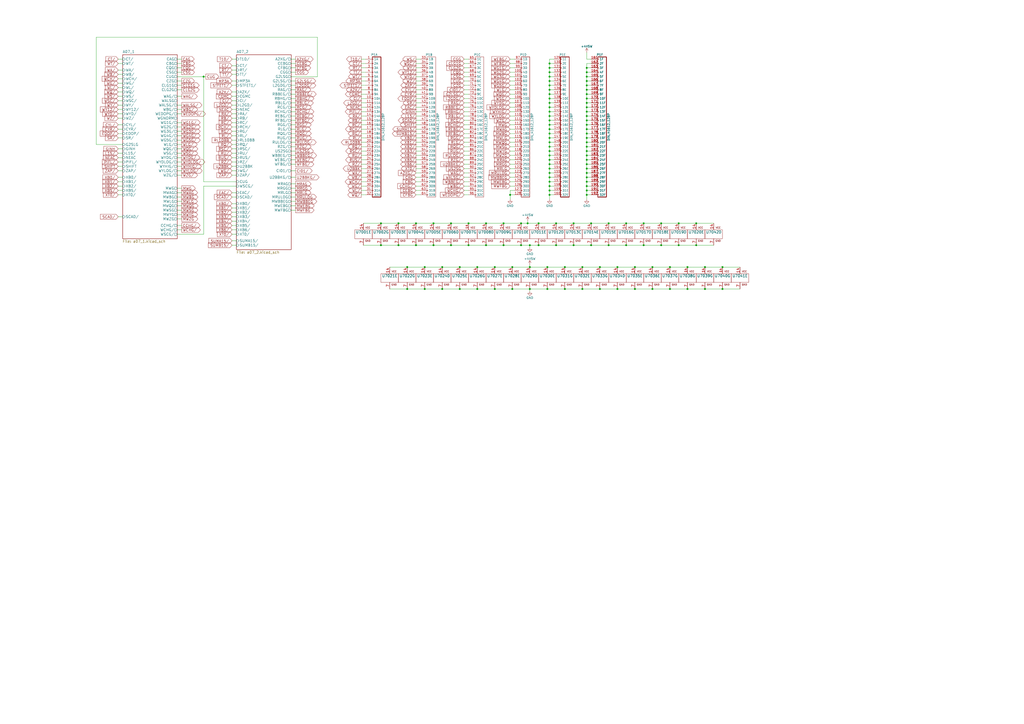
<source format=kicad_sch>
(kicad_sch (version 20211123) (generator eeschema)
  (paper "A2")
  (junction (at 403.86 142.24))
  (junction (at 318.77 107.95))
  (junction (at 266.7 154.94))
  (junction (at 312.42 129.54))
  (junction (at 318.77 105.41))
  (junction (at 373.38 142.24))
  (junction (at 340.36 64.77))
  (junction (at 318.77 95.25))
  (junction (at 340.36 82.55))
  (junction (at 246.38 154.94))
  (junction (at 373.38 129.54))
  (junction (at 118.11 44.45))
  (junction (at 318.77 77.47))
  (junction (at 318.77 113.03))
  (junction (at 231.14 129.54))
  (junction (at 302.26 129.54))
  (junction (at 340.36 72.39))
  (junction (at 318.77 36.83))
  (junction (at 241.3 129.54))
  (junction (at 322.58 142.24))
  (junction (at 318.77 100.33))
  (junction (at 327.66 167.64))
  (junction (at 408.94 154.94))
  (junction (at 403.86 129.54))
  (junction (at 312.42 142.24))
  (junction (at 271.78 142.24))
  (junction (at 261.62 142.24))
  (junction (at 276.86 154.94))
  (junction (at 340.36 44.45))
  (junction (at 241.3 142.24))
  (junction (at 340.36 62.23))
  (junction (at 383.54 129.54))
  (junction (at 368.3 167.64))
  (junction (at 292.1 142.24))
  (junction (at 368.3 154.94))
  (junction (at 393.7 129.54))
  (junction (at 340.36 107.95))
  (junction (at 340.36 85.09))
  (junction (at 398.78 154.94))
  (junction (at 342.9 129.54))
  (junction (at 408.94 167.64))
  (junction (at 281.94 142.24))
  (junction (at 246.38 167.64))
  (junction (at 340.36 52.07))
  (junction (at 358.14 167.64))
  (junction (at 295.91 113.03))
  (junction (at 287.02 154.94))
  (junction (at 340.36 113.03))
  (junction (at 353.06 129.54))
  (junction (at 307.34 142.24))
  (junction (at 251.46 129.54))
  (junction (at 340.36 80.01))
  (junction (at 318.77 80.01))
  (junction (at 419.1 154.94))
  (junction (at 332.74 142.24))
  (junction (at 251.46 142.24))
  (junction (at 318.77 57.15))
  (junction (at 318.77 110.49))
  (junction (at 353.06 142.24))
  (junction (at 281.94 129.54))
  (junction (at 340.36 54.61))
  (junction (at 347.98 154.94))
  (junction (at 297.18 154.94))
  (junction (at 307.34 154.94))
  (junction (at 266.7 167.64))
  (junction (at 318.77 87.63))
  (junction (at 337.82 167.64))
  (junction (at 318.77 54.61))
  (junction (at 340.36 46.99))
  (junction (at 318.77 39.37))
  (junction (at 388.62 154.94))
  (junction (at 236.22 167.64))
  (junction (at 347.98 167.64))
  (junction (at 340.36 92.71))
  (junction (at 398.78 167.64))
  (junction (at 337.82 154.94))
  (junction (at 318.77 102.87))
  (junction (at 318.77 49.53))
  (junction (at 340.36 57.15))
  (junction (at 340.36 100.33))
  (junction (at 383.54 142.24))
  (junction (at 261.62 129.54))
  (junction (at 327.66 154.94))
  (junction (at 332.74 129.54))
  (junction (at 340.36 95.25))
  (junction (at 220.98 142.24))
  (junction (at 340.36 110.49))
  (junction (at 271.78 129.54))
  (junction (at 317.5 154.94))
  (junction (at 340.36 67.31))
  (junction (at 340.36 105.41))
  (junction (at 318.77 67.31))
  (junction (at 220.98 129.54))
  (junction (at 256.54 167.64))
  (junction (at 318.77 74.93))
  (junction (at 297.18 167.64))
  (junction (at 231.14 142.24))
  (junction (at 378.46 154.94))
  (junction (at 318.77 44.45))
  (junction (at 292.1 129.54))
  (junction (at 236.22 154.94))
  (junction (at 340.36 74.93))
  (junction (at 340.36 69.85))
  (junction (at 340.36 39.37))
  (junction (at 340.36 97.79))
  (junction (at 318.77 85.09))
  (junction (at 340.36 102.87))
  (junction (at 317.5 167.64))
  (junction (at 393.7 142.24))
  (junction (at 340.36 77.47))
  (junction (at 307.34 167.64))
  (junction (at 256.54 154.94))
  (junction (at 318.77 90.17))
  (junction (at 340.36 41.91))
  (junction (at 318.77 46.99))
  (junction (at 318.77 97.79))
  (junction (at 318.77 62.23))
  (junction (at 358.14 154.94))
  (junction (at 302.26 142.24))
  (junction (at 318.77 64.77))
  (junction (at 318.77 69.85))
  (junction (at 276.86 167.64))
  (junction (at 306.07 129.54))
  (junction (at 340.36 59.69))
  (junction (at 318.77 41.91))
  (junction (at 318.77 59.69))
  (junction (at 318.77 52.07))
  (junction (at 363.22 142.24))
  (junction (at 318.77 72.39))
  (junction (at 378.46 167.64))
  (junction (at 419.1 167.64))
  (junction (at 322.58 129.54))
  (junction (at 318.77 92.71))
  (junction (at 363.22 129.54))
  (junction (at 318.77 82.55))
  (junction (at 342.9 142.24))
  (junction (at 340.36 49.53))
  (junction (at 340.36 87.63))
  (junction (at 287.02 167.64))
  (junction (at 388.62 167.64))
  (junction (at 340.36 90.17))
  (wire (pts (xy 318.77 82.55) (xy 318.77 85.09)))
  (wire (pts (xy 137.16 101.6) (xy 134.62 101.6)))
  (wire (pts (xy 340.36 41.91) (xy 340.36 44.45)))
  (wire (pts (xy 269.24 102.87) (xy 271.78 102.87)))
  (wire (pts (xy 236.22 154.94) (xy 246.38 154.94)))
  (wire (pts (xy 318.77 49.53) (xy 321.31 49.53)))
  (wire (pts (xy 102.87 88.9) (xy 105.41 88.9)))
  (wire (pts (xy 118.11 105.41) (xy 137.16 105.41)))
  (wire (pts (xy 368.3 167.64) (xy 378.46 167.64)))
  (wire (pts (xy 318.77 77.47) (xy 321.31 77.47)))
  (wire (pts (xy 340.36 62.23) (xy 342.9 62.23)))
  (wire (pts (xy 298.45 87.63) (xy 295.91 87.63)))
  (wire (pts (xy 71.12 107.95) (xy 68.58 107.95)))
  (wire (pts (xy 340.36 77.47) (xy 340.36 80.01)))
  (wire (pts (xy 269.24 100.33) (xy 271.78 100.33)))
  (wire (pts (xy 318.77 64.77) (xy 318.77 67.31)))
  (wire (pts (xy 102.87 39.37) (xy 105.41 39.37)))
  (wire (pts (xy 102.87 60.96) (xy 105.41 60.96)))
  (wire (pts (xy 168.91 39.37) (xy 171.45 39.37)))
  (wire (pts (xy 243.84 113.03) (xy 241.3 113.03)))
  (wire (pts (xy 318.77 82.55) (xy 321.31 82.55)))
  (wire (pts (xy 168.91 49.53) (xy 171.45 49.53)))
  (wire (pts (xy 243.84 44.45) (xy 241.3 44.45)))
  (wire (pts (xy 212.09 69.85) (xy 209.55 69.85)))
  (wire (pts (xy 168.91 119.38) (xy 171.45 119.38)))
  (wire (pts (xy 241.3 142.24) (xy 231.14 142.24)))
  (wire (pts (xy 340.36 95.25) (xy 340.36 97.79)))
  (wire (pts (xy 340.36 105.41) (xy 340.36 107.95)))
  (wire (pts (xy 340.36 97.79) (xy 342.9 97.79)))
  (wire (pts (xy 168.91 121.92) (xy 171.45 121.92)))
  (wire (pts (xy 71.12 105.41) (xy 68.58 105.41)))
  (wire (pts (xy 318.77 90.17) (xy 321.31 90.17)))
  (wire (pts (xy 102.87 34.29) (xy 105.41 34.29)))
  (wire (pts (xy 102.87 71.12) (xy 105.41 71.12)))
  (wire (pts (xy 226.06 167.64) (xy 236.22 167.64)))
  (wire (pts (xy 212.09 110.49) (xy 209.55 110.49)))
  (wire (pts (xy 102.87 91.44) (xy 105.41 91.44)))
  (wire (pts (xy 318.77 102.87) (xy 321.31 102.87)))
  (wire (pts (xy 340.36 46.99) (xy 342.9 46.99)))
  (wire (pts (xy 318.77 67.31) (xy 318.77 69.85)))
  (wire (pts (xy 137.16 66.04) (xy 134.62 66.04)))
  (wire (pts (xy 71.12 91.44) (xy 68.58 91.44)))
  (wire (pts (xy 55.88 83.82) (xy 71.12 83.82)))
  (wire (pts (xy 269.24 95.25) (xy 271.78 95.25)))
  (wire (pts (xy 210.82 129.54) (xy 220.98 129.54)))
  (wire (pts (xy 318.77 44.45) (xy 321.31 44.45)))
  (wire (pts (xy 340.36 64.77) (xy 342.9 64.77)))
  (wire (pts (xy 388.62 154.94) (xy 398.78 154.94)))
  (wire (pts (xy 340.36 49.53) (xy 340.36 52.07)))
  (wire (pts (xy 243.84 87.63) (xy 241.3 87.63)))
  (wire (pts (xy 137.16 68.58) (xy 134.62 68.58)))
  (wire (pts (xy 243.84 110.49) (xy 241.3 110.49)))
  (wire (pts (xy 241.3 129.54) (xy 251.46 129.54)))
  (wire (pts (xy 340.36 59.69) (xy 340.36 62.23)))
  (wire (pts (xy 168.91 72.39) (xy 171.45 72.39)))
  (wire (pts (xy 212.09 97.79) (xy 209.55 97.79)))
  (wire (pts (xy 71.12 96.52) (xy 68.58 96.52)))
  (wire (pts (xy 212.09 36.83) (xy 209.55 36.83)))
  (wire (pts (xy 340.36 52.07) (xy 342.9 52.07)))
  (wire (pts (xy 269.24 72.39) (xy 271.78 72.39)))
  (wire (pts (xy 137.16 130.81) (xy 134.62 130.81)))
  (wire (pts (xy 340.36 82.55) (xy 340.36 85.09)))
  (wire (pts (xy 168.91 116.84) (xy 171.45 116.84)))
  (wire (pts (xy 295.91 57.15) (xy 298.45 57.15)))
  (wire (pts (xy 243.84 57.15) (xy 241.3 57.15)))
  (wire (pts (xy 212.09 64.77) (xy 209.55 64.77)))
  (wire (pts (xy 318.77 57.15) (xy 321.31 57.15)))
  (wire (pts (xy 271.78 142.24) (xy 261.62 142.24)))
  (wire (pts (xy 102.87 86.36) (xy 105.41 86.36)))
  (wire (pts (xy 271.78 46.99) (xy 269.24 46.99)))
  (wire (pts (xy 168.91 77.47) (xy 171.45 77.47)))
  (wire (pts (xy 307.34 167.64) (xy 317.5 167.64)))
  (wire (pts (xy 137.16 73.66) (xy 134.62 73.66)))
  (wire (pts (xy 246.38 167.64) (xy 256.54 167.64)))
  (wire (pts (xy 318.77 85.09) (xy 321.31 85.09)))
  (wire (pts (xy 102.87 44.45) (xy 118.11 44.45)))
  (wire (pts (xy 298.45 92.71) (xy 295.91 92.71)))
  (wire (pts (xy 318.77 59.69) (xy 318.77 62.23)))
  (wire (pts (xy 340.36 44.45) (xy 342.9 44.45)))
  (wire (pts (xy 295.91 52.07) (xy 298.45 52.07)))
  (wire (pts (xy 137.16 83.82) (xy 134.62 83.82)))
  (wire (pts (xy 340.36 67.31) (xy 340.36 69.85)))
  (wire (pts (xy 340.36 69.85) (xy 340.36 72.39)))
  (wire (pts (xy 212.09 52.07) (xy 209.55 52.07)))
  (wire (pts (xy 251.46 142.24) (xy 241.3 142.24)))
  (wire (pts (xy 269.24 107.95) (xy 271.78 107.95)))
  (wire (pts (xy 276.86 167.64) (xy 287.02 167.64)))
  (wire (pts (xy 393.7 129.54) (xy 403.86 129.54)))
  (wire (pts (xy 71.12 60.96) (xy 68.58 60.96)))
  (wire (pts (xy 102.87 119.38) (xy 105.41 119.38)))
  (wire (pts (xy 168.91 85.09) (xy 171.45 85.09)))
  (wire (pts (xy 318.77 90.17) (xy 318.77 92.71)))
  (wire (pts (xy 340.36 34.29) (xy 340.36 30.48)))
  (wire (pts (xy 318.77 113.03) (xy 318.77 115.57)))
  (wire (pts (xy 419.1 154.94) (xy 429.26 154.94)))
  (wire (pts (xy 340.36 102.87) (xy 340.36 105.41)))
  (wire (pts (xy 298.45 77.47) (xy 295.91 77.47)))
  (wire (pts (xy 71.12 125.73) (xy 68.58 125.73)))
  (wire (pts (xy 137.16 81.28) (xy 134.62 81.28)))
  (wire (pts (xy 137.16 120.65) (xy 134.62 120.65)))
  (wire (pts (xy 102.87 114.3) (xy 105.41 114.3)))
  (wire (pts (xy 137.16 123.19) (xy 134.62 123.19)))
  (wire (pts (xy 102.87 46.99) (xy 105.41 46.99)))
  (wire (pts (xy 212.09 59.69) (xy 209.55 59.69)))
  (wire (pts (xy 269.24 74.93) (xy 271.78 74.93)))
  (wire (pts (xy 102.87 116.84) (xy 105.41 116.84)))
  (wire (pts (xy 137.16 111.76) (xy 134.62 111.76)))
  (wire (pts (xy 318.77 44.45) (xy 318.77 46.99)))
  (wire (pts (xy 318.77 39.37) (xy 321.31 39.37)))
  (wire (pts (xy 231.14 129.54) (xy 241.3 129.54)))
  (wire (pts (xy 408.94 167.64) (xy 419.1 167.64)))
  (wire (pts (xy 307.34 154.94) (xy 317.5 154.94)))
  (wire (pts (xy 168.91 80.01) (xy 171.45 80.01)))
  (wire (pts (xy 306.07 128.27) (xy 306.07 129.54)))
  (wire (pts (xy 340.36 90.17) (xy 342.9 90.17)))
  (wire (pts (xy 212.09 49.53) (xy 209.55 49.53)))
  (wire (pts (xy 317.5 154.94) (xy 327.66 154.94)))
  (wire (pts (xy 340.36 110.49) (xy 340.36 113.03)))
  (wire (pts (xy 102.87 133.35) (xy 105.41 133.35)))
  (wire (pts (xy 318.77 113.03) (xy 321.31 113.03)))
  (wire (pts (xy 318.77 92.71) (xy 321.31 92.71)))
  (wire (pts (xy 102.87 55.88) (xy 105.41 55.88)))
  (wire (pts (xy 302.26 142.24) (xy 292.1 142.24)))
  (wire (pts (xy 318.77 80.01) (xy 318.77 82.55)))
  (wire (pts (xy 340.36 67.31) (xy 342.9 67.31)))
  (wire (pts (xy 340.36 102.87) (xy 342.9 102.87)))
  (wire (pts (xy 340.36 100.33) (xy 342.9 100.33)))
  (wire (pts (xy 212.09 87.63) (xy 209.55 87.63)))
  (wire (pts (xy 269.24 54.61) (xy 271.78 54.61)))
  (wire (pts (xy 137.16 96.52) (xy 134.62 96.52)))
  (wire (pts (xy 378.46 154.94) (xy 388.62 154.94)))
  (wire (pts (xy 137.16 93.98) (xy 134.62 93.98)))
  (wire (pts (xy 388.62 167.64) (xy 398.78 167.64)))
  (wire (pts (xy 340.36 110.49) (xy 342.9 110.49)))
  (wire (pts (xy 306.07 129.54) (xy 312.42 129.54)))
  (wire (pts (xy 340.36 44.45) (xy 340.36 46.99)))
  (wire (pts (xy 246.38 154.94) (xy 256.54 154.94)))
  (wire (pts (xy 243.84 100.33) (xy 241.3 100.33)))
  (wire (pts (xy 243.84 102.87) (xy 241.3 102.87)))
  (wire (pts (xy 102.87 135.89) (xy 118.11 135.89)))
  (wire (pts (xy 102.87 124.46) (xy 105.41 124.46)))
  (wire (pts (xy 102.87 83.82) (xy 105.41 83.82)))
  (wire (pts (xy 342.9 34.29) (xy 340.36 34.29)))
  (wire (pts (xy 298.45 85.09) (xy 295.91 85.09)))
  (wire (pts (xy 318.77 92.71) (xy 318.77 95.25)))
  (wire (pts (xy 318.77 52.07) (xy 321.31 52.07)))
  (wire (pts (xy 168.91 62.23) (xy 171.45 62.23)))
  (wire (pts (xy 243.84 36.83) (xy 241.3 36.83)))
  (wire (pts (xy 358.14 154.94) (xy 368.3 154.94)))
  (wire (pts (xy 168.91 44.45) (xy 184.15 44.45)))
  (wire (pts (xy 281.94 129.54) (xy 292.1 129.54)))
  (wire (pts (xy 312.42 142.24) (xy 307.34 142.24)))
  (wire (pts (xy 318.77 62.23) (xy 318.77 64.77)))
  (wire (pts (xy 327.66 154.94) (xy 337.82 154.94)))
  (wire (pts (xy 212.09 90.17) (xy 209.55 90.17)))
  (wire (pts (xy 102.87 93.98) (xy 105.41 93.98)))
  (wire (pts (xy 71.12 77.47) (xy 68.58 77.47)))
  (wire (pts (xy 71.12 43.18) (xy 68.58 43.18)))
  (wire (pts (xy 332.74 129.54) (xy 342.9 129.54)))
  (wire (pts (xy 212.09 82.55) (xy 209.55 82.55)))
  (wire (pts (xy 269.24 77.47) (xy 271.78 77.47)))
  (wire (pts (xy 295.91 113.03) (xy 298.45 113.03)))
  (wire (pts (xy 71.12 48.26) (xy 68.58 48.26)))
  (wire (pts (xy 298.45 97.79) (xy 295.91 97.79)))
  (wire (pts (xy 137.16 71.12) (xy 134.62 71.12)))
  (wire (pts (xy 137.16 125.73) (xy 134.62 125.73)))
  (wire (pts (xy 340.36 36.83) (xy 342.9 36.83)))
  (wire (pts (xy 102.87 121.92) (xy 105.41 121.92)))
  (wire (pts (xy 318.77 87.63) (xy 321.31 87.63)))
  (wire (pts (xy 269.24 57.15) (xy 271.78 57.15)))
  (wire (pts (xy 318.77 100.33) (xy 321.31 100.33)))
  (wire (pts (xy 408.94 154.94) (xy 419.1 154.94)))
  (wire (pts (xy 168.91 46.99) (xy 171.45 46.99)))
  (wire (pts (xy 373.38 142.24) (xy 363.22 142.24)))
  (wire (pts (xy 295.91 69.85) (xy 298.45 69.85)))
  (wire (pts (xy 212.09 72.39) (xy 209.55 72.39)))
  (wire (pts (xy 318.77 85.09) (xy 318.77 87.63)))
  (wire (pts (xy 212.09 102.87) (xy 209.55 102.87)))
  (wire (pts (xy 102.87 36.83) (xy 105.41 36.83)))
  (wire (pts (xy 55.88 21.59) (xy 55.88 83.82)))
  (wire (pts (xy 212.09 113.03) (xy 209.55 113.03)))
  (wire (pts (xy 220.98 142.24) (xy 210.82 142.24)))
  (wire (pts (xy 295.91 67.31) (xy 298.45 67.31)))
  (wire (pts (xy 137.16 78.74) (xy 134.62 78.74)))
  (wire (pts (xy 269.24 85.09) (xy 271.78 85.09)))
  (wire (pts (xy 295.91 54.61) (xy 298.45 54.61)))
  (wire (pts (xy 168.91 69.85) (xy 171.45 69.85)))
  (wire (pts (xy 102.87 127) (xy 105.41 127)))
  (wire (pts (xy 243.84 41.91) (xy 241.3 41.91)))
  (wire (pts (xy 318.77 54.61) (xy 318.77 57.15)))
  (wire (pts (xy 295.91 34.29) (xy 298.45 34.29)))
  (wire (pts (xy 266.7 167.64) (xy 276.86 167.64)))
  (wire (pts (xy 340.36 100.33) (xy 340.36 102.87)))
  (wire (pts (xy 168.91 99.06) (xy 171.45 99.06)))
  (wire (pts (xy 318.77 34.29) (xy 318.77 36.83)))
  (wire (pts (xy 298.45 95.25) (xy 295.91 95.25)))
  (wire (pts (xy 243.84 80.01) (xy 241.3 80.01)))
  (wire (pts (xy 363.22 142.24) (xy 353.06 142.24)))
  (wire (pts (xy 243.84 85.09) (xy 241.3 85.09)))
  (wire (pts (xy 102.87 81.28) (xy 105.41 81.28)))
  (wire (pts (xy 261.62 129.54) (xy 271.78 129.54)))
  (wire (pts (xy 168.91 111.76) (xy 171.45 111.76)))
  (wire (pts (xy 212.09 41.91) (xy 209.55 41.91)))
  (wire (pts (xy 373.38 129.54) (xy 383.54 129.54)))
  (wire (pts (xy 243.84 107.95) (xy 241.3 107.95)))
  (wire (pts (xy 168.91 92.71) (xy 171.45 92.71)))
  (wire (pts (xy 71.12 55.88) (xy 68.58 55.88)))
  (wire (pts (xy 137.16 114.3) (xy 134.62 114.3)))
  (wire (pts (xy 318.77 69.85) (xy 318.77 72.39)))
  (wire (pts (xy 269.24 87.63) (xy 271.78 87.63)))
  (wire (pts (xy 243.84 90.17) (xy 241.3 90.17)))
  (wire (pts (xy 322.58 142.24) (xy 312.42 142.24)))
  (wire (pts (xy 312.42 129.54) (xy 322.58 129.54)))
  (wire (pts (xy 212.09 85.09) (xy 209.55 85.09)))
  (wire (pts (xy 318.77 100.33) (xy 318.77 102.87)))
  (wire (pts (xy 102.87 130.81) (xy 105.41 130.81)))
  (wire (pts (xy 340.36 85.09) (xy 340.36 87.63)))
  (wire (pts (xy 71.12 74.93) (xy 68.58 74.93)))
  (wire (pts (xy 337.82 167.64) (xy 347.98 167.64)))
  (wire (pts (xy 102.87 109.22) (xy 105.41 109.22)))
  (wire (pts (xy 71.12 110.49) (xy 68.58 110.49)))
  (wire (pts (xy 340.36 54.61) (xy 342.9 54.61)))
  (wire (pts (xy 318.77 54.61) (xy 321.31 54.61)))
  (wire (pts (xy 212.09 54.61) (xy 209.55 54.61)))
  (wire (pts (xy 243.84 67.31) (xy 241.3 67.31)))
  (wire (pts (xy 243.84 95.25) (xy 241.3 95.25)))
  (wire (pts (xy 71.12 68.58) (xy 68.58 68.58)))
  (wire (pts (xy 243.84 39.37) (xy 241.3 39.37)))
  (wire (pts (xy 137.16 118.11) (xy 134.62 118.11)))
  (wire (pts (xy 295.91 49.53) (xy 298.45 49.53)))
  (wire (pts (xy 340.36 46.99) (xy 340.36 49.53)))
  (wire (pts (xy 137.16 58.42) (xy 134.62 58.42)))
  (wire (pts (xy 243.84 34.29) (xy 241.3 34.29)))
  (wire (pts (xy 243.84 69.85) (xy 241.3 69.85)))
  (wire (pts (xy 137.16 128.27) (xy 134.62 128.27)))
  (wire (pts (xy 271.78 41.91) (xy 269.24 41.91)))
  (wire (pts (xy 340.36 54.61) (xy 340.36 57.15)))
  (wire (pts (xy 342.9 129.54) (xy 353.06 129.54)))
  (wire (pts (xy 403.86 142.24) (xy 414.02 142.24)))
  (wire (pts (xy 292.1 129.54) (xy 302.26 129.54)))
  (wire (pts (xy 269.24 67.31) (xy 271.78 67.31)))
  (wire (pts (xy 347.98 154.94) (xy 358.14 154.94)))
  (wire (pts (xy 71.12 99.06) (xy 68.58 99.06)))
  (wire (pts (xy 118.11 135.89) (xy 118.11 107.95)))
  (wire (pts (xy 419.1 167.64) (xy 429.26 167.64)))
  (wire (pts (xy 243.84 92.71) (xy 241.3 92.71)))
  (wire (pts (xy 318.77 41.91) (xy 318.77 44.45)))
  (wire (pts (xy 318.77 46.99) (xy 318.77 49.53)))
  (wire (pts (xy 318.77 107.95) (xy 321.31 107.95)))
  (wire (pts (xy 340.36 57.15) (xy 340.36 59.69)))
  (wire (pts (xy 307.34 153.67) (xy 307.34 154.94)))
  (wire (pts (xy 243.84 105.41) (xy 241.3 105.41)))
  (wire (pts (xy 168.91 90.17) (xy 171.45 90.17)))
  (wire (pts (xy 102.87 101.6) (xy 105.41 101.6)))
  (wire (pts (xy 318.77 46.99) (xy 321.31 46.99)))
  (wire (pts (xy 243.84 54.61) (xy 241.3 54.61)))
  (wire (pts (xy 118.11 107.95) (xy 137.16 107.95)))
  (wire (pts (xy 322.58 129.54) (xy 332.74 129.54)))
  (wire (pts (xy 318.77 95.25) (xy 321.31 95.25)))
  (wire (pts (xy 318.77 36.83) (xy 318.77 39.37)))
  (wire (pts (xy 327.66 167.64) (xy 337.82 167.64)))
  (wire (pts (xy 137.16 91.44) (xy 134.62 91.44)))
  (wire (pts (xy 340.36 85.09) (xy 342.9 85.09)))
  (wire (pts (xy 318.77 102.87) (xy 318.77 105.41)))
  (wire (pts (xy 256.54 154.94) (xy 266.7 154.94)))
  (wire (pts (xy 378.46 167.64) (xy 388.62 167.64)))
  (wire (pts (xy 340.36 105.41) (xy 342.9 105.41)))
  (wire (pts (xy 71.12 88.9) (xy 68.58 88.9)))
  (wire (pts (xy 340.36 36.83) (xy 340.36 39.37)))
  (wire (pts (xy 269.24 59.69) (xy 271.78 59.69)))
  (wire (pts (xy 318.77 39.37) (xy 318.77 41.91)))
  (wire (pts (xy 318.77 41.91) (xy 321.31 41.91)))
  (wire (pts (xy 318.77 74.93) (xy 318.77 77.47)))
  (wire (pts (xy 318.77 107.95) (xy 318.77 110.49)))
  (wire (pts (xy 137.16 34.29) (xy 134.62 34.29)))
  (wire (pts (xy 184.15 44.45) (xy 184.15 21.59)))
  (wire (pts (xy 295.91 36.83) (xy 298.45 36.83)))
  (wire (pts (xy 353.06 142.24) (xy 342.9 142.24)))
  (wire (pts (xy 298.45 74.93) (xy 295.91 74.93)))
  (wire (pts (xy 168.91 59.69) (xy 171.45 59.69)))
  (wire (pts (xy 102.87 111.76) (xy 105.41 111.76)))
  (wire (pts (xy 118.11 44.45) (xy 118.11 105.41)))
  (wire (pts (xy 71.12 66.04) (xy 68.58 66.04)))
  (wire (pts (xy 393.7 142.24) (xy 383.54 142.24)))
  (wire (pts (xy 298.45 102.87) (xy 295.91 102.87)))
  (wire (pts (xy 340.36 74.93) (xy 342.9 74.93)))
  (wire (pts (xy 243.84 59.69) (xy 241.3 59.69)))
  (wire (pts (xy 340.36 41.91) (xy 342.9 41.91)))
  (wire (pts (xy 340.36 92.71) (xy 342.9 92.71)))
  (wire (pts (xy 71.12 102.87) (xy 68.58 102.87)))
  (wire (pts (xy 340.36 49.53) (xy 342.9 49.53)))
  (wire (pts (xy 318.77 59.69) (xy 321.31 59.69)))
  (wire (pts (xy 212.09 95.25) (xy 209.55 95.25)))
  (wire (pts (xy 340.36 82.55) (xy 342.9 82.55)))
  (wire (pts (xy 298.45 72.39) (xy 295.91 72.39)))
  (wire (pts (xy 212.09 62.23) (xy 209.55 62.23)))
  (wire (pts (xy 398.78 154.94) (xy 408.94 154.94)))
  (wire (pts (xy 269.24 97.79) (xy 271.78 97.79)))
  (wire (pts (xy 318.77 72.39) (xy 321.31 72.39)))
  (wire (pts (xy 340.36 39.37) (xy 342.9 39.37)))
  (wire (pts (xy 295.91 64.77) (xy 298.45 64.77)))
  (wire (pts (xy 226.06 154.94) (xy 236.22 154.94)))
  (wire (pts (xy 358.14 167.64) (xy 368.3 167.64)))
  (wire (pts (xy 184.15 21.59) (xy 55.88 21.59)))
  (wire (pts (xy 340.36 87.63) (xy 340.36 90.17)))
  (wire (pts (xy 295.91 39.37) (xy 298.45 39.37)))
  (wire (pts (xy 137.16 135.89) (xy 134.62 135.89)))
  (wire (pts (xy 340.36 92.71) (xy 340.36 95.25)))
  (wire (pts (xy 168.91 54.61) (xy 171.45 54.61)))
  (wire (pts (xy 295.91 113.03) (xy 295.91 115.57)))
  (wire (pts (xy 231.14 142.24) (xy 220.98 142.24)))
  (wire (pts (xy 266.7 154.94) (xy 276.86 154.94)))
  (wire (pts (xy 243.84 77.47) (xy 241.3 77.47)))
  (wire (pts (xy 102.87 76.2) (xy 105.41 76.2)))
  (wire (pts (xy 383.54 142.24) (xy 373.38 142.24)))
  (wire (pts (xy 340.36 74.93) (xy 340.36 77.47)))
  (wire (pts (xy 347.98 167.64) (xy 358.14 167.64)))
  (wire (pts (xy 137.16 38.1) (xy 134.62 38.1)))
  (wire (pts (xy 137.16 86.36) (xy 134.62 86.36)))
  (wire (pts (xy 71.12 86.36) (xy 68.58 86.36)))
  (wire (pts (xy 71.12 113.03) (xy 68.58 113.03)))
  (wire (pts (xy 271.78 44.45) (xy 269.24 44.45)))
  (wire (pts (xy 298.45 82.55) (xy 295.91 82.55)))
  (wire (pts (xy 318.77 67.31) (xy 321.31 67.31)))
  (wire (pts (xy 318.77 69.85) (xy 321.31 69.85)))
  (wire (pts (xy 403.86 129.54) (xy 414.02 129.54)))
  (wire (pts (xy 307.34 167.64) (xy 307.34 168.91)))
  (wire (pts (xy 168.91 64.77) (xy 171.45 64.77)))
  (wire (pts (xy 271.78 49.53) (xy 269.24 49.53)))
  (wire (pts (xy 168.91 106.68) (xy 171.45 106.68)))
  (wire (pts (xy 340.36 69.85) (xy 342.9 69.85)))
  (wire (pts (xy 168.91 57.15) (xy 171.45 57.15)))
  (wire (pts (xy 269.24 69.85) (xy 271.78 69.85)))
  (wire (pts (xy 340.36 95.25) (xy 342.9 95.25)))
  (wire (pts (xy 297.18 154.94) (xy 307.34 154.94)))
  (wire (pts (xy 340.36 80.01) (xy 340.36 82.55)))
  (wire (pts (xy 168.91 41.91) (xy 171.45 41.91)))
  (wire (pts (xy 212.09 57.15) (xy 209.55 57.15)))
  (wire (pts (xy 212.09 34.29) (xy 209.55 34.29)))
  (wire (pts (xy 287.02 167.64) (xy 297.18 167.64)))
  (wire (pts (xy 317.5 167.64) (xy 327.66 167.64)))
  (wire (pts (xy 298.45 105.41) (xy 295.91 105.41)))
  (wire (pts (xy 212.09 80.01) (xy 209.55 80.01)))
  (wire (pts (xy 287.02 154.94) (xy 297.18 154.94)))
  (wire (pts (xy 251.46 129.54) (xy 261.62 129.54)))
  (wire (pts (xy 340.36 113.03) (xy 340.36 115.57)))
  (wire (pts (xy 269.24 80.01) (xy 271.78 80.01)))
  (wire (pts (xy 71.12 93.98) (xy 68.58 93.98)))
  (wire (pts (xy 318.77 62.23) (xy 321.31 62.23)))
  (wire (pts (xy 269.24 105.41) (xy 271.78 105.41)))
  (wire (pts (xy 137.16 142.24) (xy 134.62 142.24)))
  (wire (pts (xy 269.24 64.77) (xy 271.78 64.77)))
  (wire (pts (xy 363.22 129.54) (xy 373.38 129.54)))
  (wire (pts (xy 318.77 34.29) (xy 321.31 34.29)))
  (wire (pts (xy 102.87 63.5) (xy 105.41 63.5)))
  (wire (pts (xy 71.12 53.34) (xy 68.58 53.34)))
  (wire (pts (xy 297.18 167.64) (xy 307.34 167.64)))
  (wire (pts (xy 340.36 39.37) (xy 340.36 41.91)))
  (wire (pts (xy 318.77 36.83) (xy 321.31 36.83)))
  (wire (pts (xy 292.1 142.24) (xy 281.94 142.24)))
  (wire (pts (xy 212.09 105.41) (xy 209.55 105.41)))
  (wire (pts (xy 298.45 80.01) (xy 295.91 80.01)))
  (wire (pts (xy 137.16 63.5) (xy 134.62 63.5)))
  (wire (pts (xy 318.77 74.93) (xy 321.31 74.93)))
  (wire (pts (xy 368.3 154.94) (xy 378.46 154.94)))
  (wire (pts (xy 168.91 82.55) (xy 171.45 82.55)))
  (wire (pts (xy 337.82 154.94) (xy 347.98 154.94)))
  (wire (pts (xy 243.84 74.93) (xy 241.3 74.93)))
  (wire (pts (xy 318.77 87.63) (xy 318.77 90.17)))
  (wire (pts (xy 212.09 67.31) (xy 209.55 67.31)))
  (wire (pts (xy 212.09 46.99) (xy 209.55 46.99)))
  (wire (pts (xy 271.78 36.83) (xy 269.24 36.83)))
  (wire (pts (xy 212.09 39.37) (xy 209.55 39.37)))
  (wire (pts (xy 298.45 107.95) (xy 295.91 107.95)))
  (wire (pts (xy 168.91 95.25) (xy 171.45 95.25)))
  (wire (pts (xy 318.77 97.79) (xy 321.31 97.79)))
  (wire (pts (xy 71.12 63.5) (xy 68.58 63.5)))
  (wire (pts (xy 340.36 72.39) (xy 340.36 74.93)))
  (wire (pts (xy 168.91 67.31) (xy 171.45 67.31)))
  (wire (pts (xy 137.16 133.35) (xy 134.62 133.35)))
  (wire (pts (xy 340.36 113.03) (xy 342.9 113.03)))
  (wire (pts (xy 137.16 46.99) (xy 134.62 46.99)))
  (wire (pts (xy 212.09 44.45) (xy 209.55 44.45)))
  (wire (pts (xy 137.16 99.06) (xy 134.62 99.06)))
  (wire (pts (xy 212.09 77.47) (xy 209.55 77.47)))
  (wire (pts (xy 271.78 39.37) (xy 269.24 39.37)))
  (wire (pts (xy 168.91 114.3) (xy 171.45 114.3)))
  (wire (pts (xy 307.34 142.24) (xy 302.26 142.24)))
  (wire (pts (xy 383.54 129.54) (xy 393.7 129.54)))
  (wire (pts (xy 168.91 74.93) (xy 171.45 74.93)))
  (wire (pts (xy 102.87 52.07) (xy 105.41 52.07)))
  (wire (pts (xy 318.77 110.49) (xy 318.77 113.03)))
  (wire (pts (xy 340.36 77.47) (xy 342.9 77.47)))
  (wire (pts (xy 168.91 102.87) (xy 171.45 102.87)))
  (wire (pts (xy 243.84 72.39) (xy 241.3 72.39)))
  (wire (pts (xy 261.62 142.24) (xy 251.46 142.24)))
  (wire (pts (xy 102.87 78.74) (xy 105.41 78.74)))
  (wire (pts (xy 398.78 167.64) (xy 408.94 167.64)))
  (wire (pts (xy 71.12 50.8) (xy 68.58 50.8)))
  (wire (pts (xy 340.36 59.69) (xy 342.9 59.69)))
  (wire (pts (xy 102.87 99.06) (xy 105.41 99.06)))
  (wire (pts (xy 71.12 45.72) (xy 68.58 45.72)))
  (wire (pts (xy 295.91 110.49) (xy 295.91 113.03)))
  (wire (pts (xy 307.34 142.24) (xy 307.34 143.51)))
  (wire (pts (xy 269.24 82.55) (xy 271.78 82.55)))
  (wire (pts (xy 340.36 107.95) (xy 340.36 110.49)))
  (wire (pts (xy 212.09 92.71) (xy 209.55 92.71)))
  (wire (pts (xy 295.91 41.91) (xy 298.45 41.91)))
  (wire (pts (xy 403.86 142.24) (xy 393.7 142.24)))
  (wire (pts (xy 353.06 129.54) (xy 363.22 129.54)))
  (wire (pts (xy 137.16 76.2) (xy 134.62 76.2)))
  (wire (pts (xy 269.24 62.23) (xy 271.78 62.23)))
  (wire (pts (xy 318.77 105.41) (xy 321.31 105.41)))
  (wire (pts (xy 243.84 49.53) (xy 241.3 49.53)))
  (wire (pts (xy 340.36 97.79) (xy 340.36 100.33)))
  (wire (pts (xy 256.54 167.64) (xy 266.7 167.64)))
  (wire (pts (xy 318.77 97.79) (xy 318.77 100.33)))
  (wire (pts (xy 295.91 44.45) (xy 298.45 44.45)))
  (wire (pts (xy 102.87 41.91) (xy 105.41 41.91)))
  (wire (pts (xy 340.36 57.15) (xy 342.9 57.15)))
  (wire (pts (xy 168.91 34.29) (xy 171.45 34.29)))
  (wire (pts (xy 298.45 90.17) (xy 295.91 90.17)))
  (wire (pts (xy 137.16 49.53) (xy 134.62 49.53)))
  (wire (pts (xy 269.24 92.71) (xy 271.78 92.71)))
  (wire (pts (xy 340.36 62.23) (xy 340.36 64.77)))
  (wire (pts (xy 212.09 107.95) (xy 209.55 107.95)))
  (wire (pts (xy 340.36 107.95) (xy 342.9 107.95)))
  (wire (pts (xy 212.09 100.33) (xy 209.55 100.33)))
  (wire (pts (xy 168.91 87.63) (xy 171.45 87.63)))
  (wire (pts (xy 168.91 52.07) (xy 171.45 52.07)))
  (wire (pts (xy 243.84 62.23) (xy 241.3 62.23)))
  (wire (pts (xy 318.77 64.77) (xy 321.31 64.77)))
  (wire (pts (xy 340.36 80.01) (xy 342.9 80.01)))
  (wire (pts (xy 318.77 80.01) (xy 321.31 80.01)))
  (wire (pts (xy 137.16 40.64) (xy 134.62 40.64)))
  (wire (pts (xy 71.12 34.29) (xy 68.58 34.29)))
  (wire (pts (xy 269.24 52.07) (xy 271.78 52.07)))
  (wire (pts (xy 220.98 129.54) (xy 231.14 129.54)))
  (wire (pts (xy 340.36 52.07) (xy 340.36 54.61)))
  (wire (pts (xy 137.16 60.96) (xy 134.62 60.96)))
  (wire (pts (xy 302.26 129.54) (xy 306.07 129.54)))
  (wire (pts (xy 137.16 55.88) (xy 134.62 55.88)))
  (wire (pts (xy 318.77 77.47) (xy 318.77 80.01)))
  (wire (pts (xy 295.91 59.69) (xy 298.45 59.69)))
  (wire (pts (xy 212.09 74.93) (xy 209.55 74.93)))
  (wire (pts (xy 137.16 88.9) (xy 134.62 88.9)))
  (wire (pts (xy 340.36 87.63) (xy 342.9 87.63)))
  (wire (pts (xy 340.36 64.77) (xy 340.36 67.31)))
  (wire (pts (xy 318.77 52.07) (xy 318.77 54.61)))
  (wire (pts (xy 269.24 113.03) (xy 271.78 113.03)))
  (wire (pts (xy 102.87 49.53) (xy 105.41 49.53)))
  (wire (pts (xy 243.84 46.99) (xy 241.3 46.99)))
  (wire (pts (xy 342.9 142.24) (xy 332.74 142.24)))
  (wire (pts (xy 271.78 129.54) (xy 281.94 129.54)))
  (wire (pts (xy 102.87 96.52) (xy 105.41 96.52)))
  (wire (pts (xy 71.12 58.42) (xy 68.58 58.42)))
  (wire (pts (xy 243.84 82.55) (xy 241.3 82.55)))
  (wire (pts (xy 318.77 95.25) (xy 318.77 97.79)))
  (wire (pts (xy 318.77 110.49) (xy 321.31 110.49)))
  (wire (pts (xy 118.11 44.45) (xy 119.38 44.45)))
  (wire (pts (xy 71.12 72.39) (xy 68.58 72.39)))
  (wire (pts (xy 137.16 139.7) (xy 134.62 139.7)))
  (wire (pts (xy 295.91 110.49) (xy 298.45 110.49)))
  (wire (pts (xy 295.91 46.99) (xy 298.45 46.99)))
  (wire (pts (xy 71.12 80.01) (xy 68.58 80.01)))
  (wire (pts (xy 318.77 49.53) (xy 318.77 52.07)))
  (wire (pts (xy 168.91 109.22) (xy 171.45 109.22)))
  (wire (pts (xy 332.74 142.24) (xy 322.58 142.24)))
  (wire (pts (xy 340.36 90.17) (xy 340.36 92.71)))
  (wire (pts (xy 137.16 53.34) (xy 134.62 53.34)))
  (wire (pts (xy 236.22 167.64) (xy 246.38 167.64)))
  (wire (pts (xy 281.94 142.24) (xy 271.78 142.24)))
  (wire (pts (xy 102.87 73.66) (xy 105.41 73.66)))
  (wire (pts (xy 71.12 36.83) (xy 68.58 36.83)))
  (wire (pts (xy 243.84 52.07) (xy 241.3 52.07)))
  (wire (pts (xy 137.16 43.18) (xy 134.62 43.18)))
  (wire (pts (xy 318.77 105.41) (xy 318.77 107.95)))
  (wire (pts (xy 168.91 36.83) (xy 171.45 36.83)))
  (wire (pts (xy 298.45 100.33) (xy 295.91 100.33)))
  (wire (pts (xy 340.36 72.39) (xy 342.9 72.39)))
  (wire (pts (xy 269.24 110.49) (xy 271.78 110.49)))
  (wire (pts (xy 318.77 72.39) (xy 318.77 74.93)))
  (wire (pts (xy 243.84 97.79) (xy 241.3 97.79)))
  (wire (pts (xy 102.87 66.04) (xy 105.41 66.04)))
  (wire (pts (xy 271.78 34.29) (xy 269.24 34.29)))
  (wire (pts (xy 71.12 40.64) (xy 68.58 40.64)))
  (wire (pts (xy 243.84 64.77) (xy 241.3 64.77)))
  (wire (pts (xy 295.91 62.23) (xy 298.45 62.23)))
  (wire (pts (xy 276.86 154.94) (xy 287.02 154.94)))
  (wire (pts (xy 269.24 90.17) (xy 271.78 90.17)))
  (wire (pts (xy 318.77 57.15) (xy 318.77 59.69)))
  (global_label "WZ/" (shape input) (at 68.58 68.58 180) (effects (font (size 1.524 1.524))) (property "Intersheet References" "${INTERSHEET_REFS}" (effects hide)))
  (global_label "WBBEG/" (shape output) (at 171.45 90.17 0) (effects (font (size 1.524 1.524))) (property "Intersheet References" "${INTERSHEET_REFS}" (effects hide)))
  (global_label "WG4G/" (shape output) (at 105.41 78.74 0) (effects (font (size 1.524 1.524))) (property "Intersheet References" "${INTERSHEET_REFS}" (effects hide)))
  (global_label "SHIFT" (shape input) (at 68.58 96.52 180) (effects (font (size 1.524 1.524))) (property "Intersheet References" "${INTERSHEET_REFS}" (effects hide)))
  (global_label "CLG2G" (shape input) (at 269.24 39.37 180) (effects (font (size 1.524 1.524))) (property "Intersheet References" "${INTERSHEET_REFS}" (effects hide)))
  (global_label "XB1/" (shape input) (at 134.62 120.65 180) (effects (font (size 1.524 1.524))) (property "Intersheet References" "${INTERSHEET_REFS}" (effects hide)))
  (global_label "CCHG/" (shape output) (at 105.41 130.81 0) (effects (font (size 1.524 1.524))) (property "Intersheet References" "${INTERSHEET_REFS}" (effects hide)))
  (global_label "WBG/" (shape input) (at 269.24 107.95 180) (effects (font (size 1.524 1.524))) (property "Intersheet References" "${INTERSHEET_REFS}" (effects hide)))
  (global_label "RZG/" (shape input) (at 269.24 92.71 180) (effects (font (size 1.524 1.524))) (property "Intersheet References" "${INTERSHEET_REFS}" (effects hide)))
  (global_label "RCH/" (shape input) (at 134.62 73.66 180) (effects (font (size 1.524 1.524))) (property "Intersheet References" "${INTERSHEET_REFS}" (effects hide)))
  (global_label "WL/" (shape output) (at 209.55 110.49 180) (effects (font (size 1.524 1.524))) (property "Intersheet References" "${INTERSHEET_REFS}" (effects hide)))
  (global_label "CT/" (shape input) (at 134.62 38.1 180) (effects (font (size 1.524 1.524))) (property "Intersheet References" "${INTERSHEET_REFS}" (effects hide)))
  (global_label "WYDG/" (shape input) (at 295.91 59.69 180) (effects (font (size 1.524 1.524))) (property "Intersheet References" "${INTERSHEET_REFS}" (effects hide)))
  (global_label "XT0/" (shape output) (at 241.3 97.79 180) (effects (font (size 1.524 1.524))) (property "Intersheet References" "${INTERSHEET_REFS}" (effects hide)))
  (global_label "WCH/" (shape output) (at 209.55 105.41 180) (effects (font (size 1.524 1.524))) (property "Intersheet References" "${INTERSHEET_REFS}" (effects hide)))
  (global_label "WG2G/" (shape input) (at 295.91 41.91 180) (effects (font (size 1.524 1.524))) (property "Intersheet References" "${INTERSHEET_REFS}" (effects hide)))
  (global_label "RLG/" (shape output) (at 171.45 74.93 0) (effects (font (size 1.524 1.524))) (property "Intersheet References" "${INTERSHEET_REFS}" (effects hide)))
  (global_label "RB/" (shape output) (at 209.55 69.85 180) (effects (font (size 1.524 1.524))) (property "Intersheet References" "${INTERSHEET_REFS}" (effects hide)))
  (global_label "RL/" (shape input) (at 134.62 78.74 180) (effects (font (size 1.524 1.524))) (property "Intersheet References" "${INTERSHEET_REFS}" (effects hide)))
  (global_label "WYD/" (shape input) (at 68.58 66.04 180) (effects (font (size 1.524 1.524))) (property "Intersheet References" "${INTERSHEET_REFS}" (effects hide)))
  (global_label "EDOP/" (shape input) (at 68.58 77.47 180) (effects (font (size 1.524 1.524))) (property "Intersheet References" "${INTERSHEET_REFS}" (effects hide)))
  (global_label "CYR/" (shape input) (at 68.58 74.93 180) (effects (font (size 1.524 1.524))) (property "Intersheet References" "${INTERSHEET_REFS}" (effects hide)))
  (global_label "WG3G/" (shape output) (at 105.41 76.2 0) (effects (font (size 1.524 1.524))) (property "Intersheet References" "${INTERSHEET_REFS}" (effects hide)))
  (global_label "CQG" (shape input) (at 269.24 41.91 180) (effects (font (size 1.524 1.524))) (property "Intersheet References" "${INTERSHEET_REFS}" (effects hide)))
  (global_label "WFBG/" (shape output) (at 171.45 95.25 0) (effects (font (size 1.524 1.524))) (property "Intersheet References" "${INTERSHEET_REFS}" (effects hide)))
  (global_label "WG1G/" (shape input) (at 295.91 39.37 180) (effects (font (size 1.524 1.524))) (property "Intersheet References" "${INTERSHEET_REFS}" (effects hide)))
  (global_label "SUMA15/" (shape input) (at 134.62 139.7 180) (effects (font (size 1.524 1.524))) (property "Intersheet References" "${INTERSHEET_REFS}" (effects hide)))
  (global_label "L2GDG/" (shape input) (at 269.24 57.15 180) (effects (font (size 1.524 1.524))) (property "Intersheet References" "${INTERSHEET_REFS}" (effects hide)))
  (global_label "WY12/" (shape input) (at 68.58 63.5 180) (effects (font (size 1.524 1.524))) (property "Intersheet References" "${INTERSHEET_REFS}" (effects hide)))
  (global_label "RAG/" (shape input) (at 269.24 59.69 180) (effects (font (size 1.524 1.524))) (property "Intersheet References" "${INTERSHEET_REFS}" (effects hide)))
  (global_label "CYR/" (shape output) (at 241.3 54.61 180) (effects (font (size 1.524 1.524))) (property "Intersheet References" "${INTERSHEET_REFS}" (effects hide)))
  (global_label "WS/" (shape input) (at 68.58 55.88 180) (effects (font (size 1.524 1.524))) (property "Intersheet References" "${INTERSHEET_REFS}" (effects hide)))
  (global_label "RLG/" (shape input) (at 269.24 82.55 180) (effects (font (size 1.524 1.524))) (property "Intersheet References" "${INTERSHEET_REFS}" (effects hide)))
  (global_label "MWEBG" (shape input) (at 295.91 105.41 180) (effects (font (size 1.524 1.524))) (property "Intersheet References" "${INTERSHEET_REFS}" (effects hide)))
  (global_label "SCAD/" (shape input) (at 134.62 114.3 180) (effects (font (size 1.524 1.524))) (property "Intersheet References" "${INTERSHEET_REFS}" (effects hide)))
  (global_label "A2X/" (shape input) (at 134.62 53.34 180) (effects (font (size 1.524 1.524))) (property "Intersheet References" "${INTERSHEET_REFS}" (effects hide)))
  (global_label "RBLG/" (shape output) (at 171.45 59.69 0) (effects (font (size 1.524 1.524))) (property "Intersheet References" "${INTERSHEET_REFS}" (effects hide)))
  (global_label "CAG" (shape output) (at 105.41 34.29 0) (effects (font (size 1.524 1.524))) (property "Intersheet References" "${INTERSHEET_REFS}" (effects hide)))
  (global_label "WB/" (shape output) (at 209.55 102.87 180) (effects (font (size 1.524 1.524))) (property "Intersheet References" "${INTERSHEET_REFS}" (effects hide)))
  (global_label "REBG/" (shape output) (at 171.45 67.31 0) (effects (font (size 1.524 1.524))) (property "Intersheet References" "${INTERSHEET_REFS}" (effects hide)))
  (global_label "RUS/" (shape input) (at 134.62 91.44 180) (effects (font (size 1.524 1.524))) (property "Intersheet References" "${INTERSHEET_REFS}" (effects hide)))
  (global_label "XB5/" (shape output) (at 241.3 92.71 180) (effects (font (size 1.524 1.524))) (property "Intersheet References" "${INTERSHEET_REFS}" (effects hide)))
  (global_label "EAC/" (shape output) (at 241.3 62.23 180) (effects (font (size 1.524 1.524))) (property "Intersheet References" "${INTERSHEET_REFS}" (effects hide)))
  (global_label "RZ/" (shape output) (at 209.55 95.25 180) (effects (font (size 1.524 1.524))) (property "Intersheet References" "${INTERSHEET_REFS}" (effects hide)))
  (global_label "WAG/" (shape input) (at 269.24 100.33 180) (effects (font (size 1.524 1.524))) (property "Intersheet References" "${INTERSHEET_REFS}" (effects hide)))
  (global_label "WYHIG/" (shape output) (at 105.41 96.52 0) (effects (font (size 1.524 1.524))) (property "Intersheet References" "${INTERSHEET_REFS}" (effects hide)))
  (global_label "RZG/" (shape output) (at 171.45 85.09 0) (effects (font (size 1.524 1.524))) (property "Intersheet References" "${INTERSHEET_REFS}" (effects hide)))
  (global_label "MWQG" (shape output) (at 105.41 119.38 0) (effects (font (size 1.524 1.524))) (property "Intersheet References" "${INTERSHEET_REFS}" (effects hide)))
  (global_label "EDOP/" (shape output) (at 241.3 57.15 180) (effects (font (size 1.524 1.524))) (property "Intersheet References" "${INTERSHEET_REFS}" (effects hide)))
  (global_label "WCHG/" (shape output) (at 105.41 133.35 0) (effects (font (size 1.524 1.524))) (property "Intersheet References" "${INTERSHEET_REFS}" (effects hide)))
  (global_label "MWFBG" (shape output) (at 171.45 121.92 0) (effects (font (size 1.524 1.524))) (property "Intersheet References" "${INTERSHEET_REFS}" (effects hide)))
  (global_label "CCHG/" (shape input) (at 241.3 107.95 180) (effects (font (size 1.524 1.524))) (property "Intersheet References" "${INTERSHEET_REFS}" (effects hide)))
  (global_label "WLG/" (shape output) (at 105.41 83.82 0) (effects (font (size 1.524 1.524))) (property "Intersheet References" "${INTERSHEET_REFS}" (effects hide)))
  (global_label "WT/" (shape output) (at 209.55 44.45 180) (effects (font (size 1.524 1.524))) (property "Intersheet References" "${INTERSHEET_REFS}" (effects hide)))
  (global_label "RUG/" (shape input) (at 269.24 87.63 180) (effects (font (size 1.524 1.524))) (property "Intersheet References" "${INTERSHEET_REFS}" (effects hide)))
  (global_label "WG2G/" (shape output) (at 105.41 73.66 0) (effects (font (size 1.524 1.524))) (property "Intersheet References" "${INTERSHEET_REFS}" (effects hide)))
  (global_label "RU/" (shape output) (at 209.55 90.17 180) (effects (font (size 1.524 1.524))) (property "Intersheet References" "${INTERSHEET_REFS}" (effects hide)))
  (global_label "RGG/" (shape output) (at 171.45 72.39 0) (effects (font (size 1.524 1.524))) (property "Intersheet References" "${INTERSHEET_REFS}" (effects hide)))
  (global_label "WL/" (shape input) (at 68.58 50.8 180) (effects (font (size 1.524 1.524))) (property "Intersheet References" "${INTERSHEET_REFS}" (effects hide)))
  (global_label "CI01/" (shape input) (at 269.24 52.07 180) (effects (font (size 1.524 1.524))) (property "Intersheet References" "${INTERSHEET_REFS}" (effects hide)))
  (global_label "WG/" (shape output) (at 209.55 107.95 180) (effects (font (size 1.524 1.524))) (property "Intersheet References" "${INTERSHEET_REFS}" (effects hide)))
  (global_label "XB1/" (shape input) (at 68.58 105.41 180) (effects (font (size 1.524 1.524))) (property "Intersheet References" "${INTERSHEET_REFS}" (effects hide)))
  (global_label "EAC/" (shape input) (at 134.62 111.76 180) (effects (font (size 1.524 1.524))) (property "Intersheet References" "${INTERSHEET_REFS}" (effects hide)))
  (global_label "CT/" (shape input) (at 68.58 34.29 180) (effects (font (size 1.524 1.524))) (property "Intersheet References" "${INTERSHEET_REFS}" (effects hide)))
  (global_label "SUMB15/" (shape input) (at 134.62 142.24 180) (effects (font (size 1.524 1.524))) (property "Intersheet References" "${INTERSHEET_REFS}" (effects hide)))
  (global_label "WALSG/" (shape output) (at 105.41 60.96 0) (effects (font (size 1.524 1.524))) (property "Intersheet References" "${INTERSHEET_REFS}" (effects hide)))
  (global_label "WEBG/" (shape input) (at 295.91 34.29 180) (effects (font (size 1.524 1.524))) (property "Intersheet References" "${INTERSHEET_REFS}" (effects hide)))
  (global_label "XT0/" (shape input) (at 134.62 135.89 180) (effects (font (size 1.524 1.524))) (property "Intersheet References" "${INTERSHEET_REFS}" (effects hide)))
  (global_label "XB5/" (shape input) (at 134.62 130.81 180) (effects (font (size 1.524 1.524))) (property "Intersheet References" "${INTERSHEET_REFS}" (effects hide)))
  (global_label "RULOG/" (shape input) (at 269.24 90.17 180) (effects (font (size 1.524 1.524))) (property "Intersheet References" "${INTERSHEET_REFS}" (effects hide)))
  (global_label "MRULOG" (shape output) (at 171.45 114.3 0) (effects (font (size 1.524 1.524))) (property "Intersheet References" "${INTERSHEET_REFS}" (effects hide)))
  (global_label "WLG/" (shape input) (at 295.91 52.07 180) (effects (font (size 1.524 1.524))) (property "Intersheet References" "${INTERSHEET_REFS}" (effects hide)))
  (global_label "MWAG" (shape output) (at 105.41 111.76 0) (effects (font (size 1.524 1.524))) (property "Intersheet References" "${INTERSHEET_REFS}" (effects hide)))
  (global_label "XB5/" (shape input) (at 68.58 110.49 180) (effects (font (size 1.524 1.524))) (property "Intersheet References" "${INTERSHEET_REFS}" (effects hide)))
  (global_label "U2BBK" (shape input) (at 134.62 96.52 180) (effects (font (size 1.524 1.524))) (property "Intersheet References" "${INTERSHEET_REFS}" (effects hide)))
  (global_label "MRAG" (shape output) (at 171.45 106.68 0) (effects (font (size 1.524 1.524))) (property "Intersheet References" "${INTERSHEET_REFS}" (effects hide)))
  (global_label "CLG1G" (shape output) (at 105.41 49.53 0) (effects (font (size 1.524 1.524))) (property "Intersheet References" "${INTERSHEET_REFS}" (effects hide)))
  (global_label "RSC/" (shape output) (at 209.55 87.63 180) (effects (font (size 1.524 1.524))) (property "Intersheet References" "${INTERSHEET_REFS}" (effects hide)))
  (global_label "RCG/" (shape input) (at 269.24 69.85 180) (effects (font (size 1.524 1.524))) (property "Intersheet References" "${INTERSHEET_REFS}" (effects hide)))
  (global_label "WEDOPG/" (shape input) (at 269.24 113.03 180) (effects (font (size 1.524 1.524))) (property "Intersheet References" "${INTERSHEET_REFS}" (effects hide)))
  (global_label "L15/" (shape input) (at 68.58 88.9 180) (effects (font (size 1.524 1.524))) (property "Intersheet References" "${INTERSHEET_REFS}" (effects hide)))
  (global_label "L15/" (shape output) (at 241.3 67.31 180) (effects (font (size 1.524 1.524))) (property "Intersheet References" "${INTERSHEET_REFS}" (effects hide)))
  (global_label "WCHG/" (shape input) (at 269.24 110.49 180) (effects (font (size 1.524 1.524))) (property "Intersheet References" "${INTERSHEET_REFS}" (effects hide)))
  (global_label "RCG/" (shape output) (at 171.45 62.23 0) (effects (font (size 1.524 1.524))) (property "Intersheet References" "${INTERSHEET_REFS}" (effects hide)))
  (global_label "WG1G/" (shape output) (at 105.41 71.12 0) (effects (font (size 1.524 1.524))) (property "Intersheet References" "${INTERSHEET_REFS}" (effects hide)))
  (global_label "NEAC" (shape output) (at 209.55 62.23 180) (effects (font (size 1.524 1.524))) (property "Intersheet References" "${INTERSHEET_REFS}" (effects hide)))
  (global_label "WYHIG/" (shape input) (at 295.91 64.77 180) (effects (font (size 1.524 1.524))) (property "Intersheet References" "${INTERSHEET_REFS}" (effects hide)))
  (global_label "L2GD/" (shape input) (at 134.62 60.96 180) (effects (font (size 1.524 1.524))) (property "Intersheet References" "${INTERSHEET_REFS}" (effects hide)))
  (global_label "MWG" (shape output) (at 105.41 109.22 0) (effects (font (size 1.524 1.524))) (property "Intersheet References" "${INTERSHEET_REFS}" (effects hide)))
  (global_label "WYLOG/" (shape output) (at 105.41 99.06 0) (effects (font (size 1.524 1.524))) (property "Intersheet References" "${INTERSHEET_REFS}" (effects hide)))
  (global_label "MRLG" (shape input) (at 295.91 97.79 180) (effects (font (size 1.524 1.524))) (property "Intersheet References" "${INTERSHEET_REFS}" (effects hide)))
  (global_label "STFET1/" (shape input) (at 134.62 49.53 180) (effects (font (size 1.524 1.524))) (property "Intersheet References" "${INTERSHEET_REFS}" (effects hide)))
  (global_label "MWEBG" (shape output) (at 171.45 119.38 0) (effects (font (size 1.524 1.524))) (property "Intersheet References" "${INTERSHEET_REFS}" (effects hide)))
  (global_label "CT/" (shape output) (at 209.55 36.83 180) (effects (font (size 1.524 1.524))) (property "Intersheet References" "${INTERSHEET_REFS}" (effects hide)))
  (global_label "RAG/" (shape output) (at 171.45 52.07 0) (effects (font (size 1.524 1.524))) (property "Intersheet References" "${INTERSHEET_REFS}" (effects hide)))
  (global_label "SR/" (shape output) (at 241.3 59.69 180) (effects (font (size 1.524 1.524))) (property "Intersheet References" "${INTERSHEET_REFS}" (effects hide)))
  (global_label "XB0/" (shape input) (at 68.58 102.87 180) (effects (font (size 1.524 1.524))) (property "Intersheet References" "${INTERSHEET_REFS}" (effects hide)))
  (global_label "CFBG" (shape output) (at 171.45 39.37 0) (effects (font (size 1.524 1.524))) (property "Intersheet References" "${INTERSHEET_REFS}" (effects hide)))
  (global_label "CYL/" (shape output) (at 241.3 52.07 180) (effects (font (size 1.524 1.524))) (property "Intersheet References" "${INTERSHEET_REFS}" (effects hide)))
  (global_label "RG/" (shape output) (at 209.55 77.47 180) (effects (font (size 1.524 1.524))) (property "Intersheet References" "${INTERSHEET_REFS}" (effects hide)))
  (global_label "WSC/" (shape input) (at 68.58 58.42 180) (effects (font (size 1.524 1.524))) (property "Intersheet References" "${INTERSHEET_REFS}" (effects hide)))
  (global_label "RQG/" (shape input) (at 269.24 85.09 180) (effects (font (size 1.524 1.524))) (property "Intersheet References" "${INTERSHEET_REFS}" (effects hide)))
  (global_label "WQG/" (shape output) (at 105.41 86.36 0) (effects (font (size 1.524 1.524))) (property "Intersheet References" "${INTERSHEET_REFS}" (effects hide)))
  (global_label "SR/" (shape input) (at 68.58 80.01 180) (effects (font (size 1.524 1.524))) (property "Intersheet References" "${INTERSHEET_REFS}" (effects hide)))
  (global_label "MRGG" (shape input) (at 295.91 95.25 180) (effects (font (size 1.524 1.524))) (property "Intersheet References" "${INTERSHEET_REFS}" (effects hide)))
  (global_label "U2BBKG/" (shape input) (at 269.24 95.25 180) (effects (font (size 1.524 1.524))) (property "Intersheet References" "${INTERSHEET_REFS}" (effects hide)))
  (global_label "WBG/" (shape output) (at 105.41 63.5 0) (effects (font (size 1.524 1.524))) (property "Intersheet References" "${INTERSHEET_REFS}" (effects hide)))
  (global_label "CSG" (shape input) (at 269.24 44.45 180) (effects (font (size 1.524 1.524))) (property "Intersheet References" "${INTERSHEET_REFS}" (effects hide)))
  (global_label "RL/" (shape output) (at 209.55 80.01 180) (effects (font (size 1.524 1.524))) (property "Intersheet References" "${INTERSHEET_REFS}" (effects hide)))
  (global_label "MWQG" (shape input) (at 295.91 82.55 180) (effects (font (size 1.524 1.524))) (property "Intersheet References" "${INTERSHEET_REFS}" (effects hide)))
  (global_label "XB6/" (shape input) (at 134.62 133.35 180) (effects (font (size 1.524 1.524))) (property "Intersheet References" "${INTERSHEET_REFS}" (effects hide)))
  (global_label "SHIFT" (shape output) (at 241.3 72.39 180) (effects (font (size 1.524 1.524))) (property "Intersheet References" "${INTERSHEET_REFS}" (effects hide)))
  (global_label "SCAD/" (shape input) (at 68.58 125.73 180) (effects (font (size 1.524 1.524))) (property "Intersheet References" "${INTERSHEET_REFS}" (effects hide)))
  (global_label "SCAD/" (shape output) (at 241.3 69.85 180) (effects (font (size 1.524 1.524))) (property "Intersheet References" "${INTERSHEET_REFS}" (effects hide)))
  (global_label "MRLG" (shape output) (at 171.45 111.76 0) (effects (font (size 1.524 1.524))) (property "Intersheet References" "${INTERSHEET_REFS}" (effects hide)))
  (global_label "WG5G/" (shape input) (at 295.91 49.53 180) (effects (font (size 1.524 1.524))) (property "Intersheet References" "${INTERSHEET_REFS}" (effects hide)))
  (global_label "WCH/" (shape input) (at 68.58 45.72 180) (effects (font (size 1.524 1.524))) (property "Intersheet References" "${INTERSHEET_REFS}" (effects hide)))
  (global_label "WG3G/" (shape input) (at 295.91 44.45 180) (effects (font (size 1.524 1.524))) (property "Intersheet References" "${INTERSHEET_REFS}" (effects hide)))
  (global_label "RT/" (shape output) (at 209.55 39.37 180) (effects (font (size 1.524 1.524))) (property "Intersheet References" "${INTERSHEET_REFS}" (effects hide)))
  (global_label "RSC/" (shape input) (at 134.62 86.36 180) (effects (font (size 1.524 1.524))) (property "Intersheet References" "${INTERSHEET_REFS}" (effects hide)))
  (global_label "U2BBKG/" (shape output) (at 171.45 102.87 0) (effects (font (size 1.524 1.524))) (property "Intersheet References" "${INTERSHEET_REFS}" (effects hide)))
  (global_label "WEBG/" (shape output) (at 171.45 92.71 0) (effects (font (size 1.524 1.524))) (property "Intersheet References" "${INTERSHEET_REFS}" (effects hide)))
  (global_label "CGMC" (shape input) (at 134.62 55.88 180) (effects (font (size 1.524 1.524))) (property "Intersheet References" "${INTERSHEET_REFS}" (effects hide)))
  (global_label "WG5G/" (shape output) (at 105.41 81.28 0) (effects (font (size 1.524 1.524))) (property "Intersheet References" "${INTERSHEET_REFS}" (effects hide)))
  (global_label "CLG2G" (shape output) (at 105.41 52.07 0) (effects (font (size 1.524 1.524))) (property "Intersheet References" "${INTERSHEET_REFS}" (effects hide)))
  (global_label "CBG" (shape input) (at 241.3 105.41 180) (effects (font (size 1.524 1.524))) (property "Intersheet References" "${INTERSHEET_REFS}" (effects hide)))
  (global_label "RBBEG/" (shape input) (at 269.24 62.23 180) (effects (font (size 1.524 1.524))) (property "Intersheet References" "${INTERSHEET_REFS}" (effects hide)))
  (global_label "ZAP/" (shape input) (at 134.62 101.6 180) (effects (font (size 1.524 1.524))) (property "Intersheet References" "${INTERSHEET_REFS}" (effects hide)))
  (global_label "RC/" (shape input) (at 134.62 71.12 180) (effects (font (size 1.524 1.524))) (property "Intersheet References" "${INTERSHEET_REFS}" (effects hide)))
  (global_label "XB2/" (shape input) (at 68.58 107.95 180) (effects (font (size 1.524 1.524))) (property "Intersheet References" "${INTERSHEET_REFS}" (effects hide)))
  (global_label "MWBG" (shape input) (at 295.91 77.47 180) (effects (font (size 1.524 1.524))) (property "Intersheet References" "${INTERSHEET_REFS}" (effects hide)))
  (global_label "MWYG" (shape output) (at 105.41 124.46 0) (effects (font (size 1.524 1.524))) (property "Intersheet References" "${INTERSHEET_REFS}" (effects hide)))
  (global_label "MRGG" (shape output) (at 171.45 109.22 0) (effects (font (size 1.524 1.524))) (property "Intersheet References" "${INTERSHEET_REFS}" (effects hide)))
  (global_label "WZG/" (shape input) (at 295.91 69.85 180) (effects (font (size 1.524 1.524))) (property "Intersheet References" "${INTERSHEET_REFS}" (effects hide)))
  (global_label "WG/" (shape input) (at 134.62 99.06 180) (effects (font (size 1.524 1.524))) (property "Intersheet References" "${INTERSHEET_REFS}" (effects hide)))
  (global_label "WSG/" (shape output) (at 105.41 88.9 0) (effects (font (size 1.524 1.524))) (property "Intersheet References" "${INTERSHEET_REFS}" (effects hide)))
  (global_label "GINH" (shape input) (at 68.58 86.36 180) (effects (font (size 1.524 1.524))) (property "Intersheet References" "${INTERSHEET_REFS}" (effects hide)))
  (global_label "RZ/" (shape input) (at 134.62 93.98 180) (effects (font (size 1.524 1.524))) (property "Intersheet References" "${INTERSHEET_REFS}" (effects hide)))
  (global_label "RL10BB" (shape output) (at 209.55 82.55 180) (effects (font (size 1.524 1.524))) (property "Intersheet References" "${INTERSHEET_REFS}" (effects hide)))
  (global_label "RCHG/" (shape output) (at 171.45 64.77 0) (effects (font (size 1.524 1.524))) (property "Intersheet References" "${INTERSHEET_REFS}" (effects hide)))
  (global_label "TT/" (shape input) (at 134.62 43.18 180) (effects (font (size 1.524 1.524))) (property "Intersheet References" "${INTERSHEET_REFS}" (effects hide)))
  (global_label "WB/" (shape input) (at 68.58 43.18 180) (effects (font (size 1.524 1.524))) (property "Intersheet References" "${INTERSHEET_REFS}" (effects hide)))
  (global_label "CYL/" (shape input) (at 68.58 72.39 180) (effects (font (size 1.524 1.524))) (property "Intersheet References" "${INTERSHEET_REFS}" (effects hide)))
  (global_label "XB0/" (shape input) (at 134.62 118.11 180) (effects (font (size 1.524 1.524))) (property "Intersheet References" "${INTERSHEET_REFS}" (effects hide)))
  (global_label "MWLG" (shape output) (at 105.41 116.84 0) (effects (font (size 1.524 1.524))) (property "Intersheet References" "${INTERSHEET_REFS}" (effects hide)))
  (global_label "RBHG/" (shape output) (at 171.45 57.15 0) (effects (font (size 1.524 1.524))) (property "Intersheet References" "${INTERSHEET_REFS}" (effects hide)))
  (global_label "XB2/" (shape input) (at 134.62 123.19 180) (effects (font (size 1.524 1.524))) (property "Intersheet References" "${INTERSHEET_REFS}" (effects hide)))
  (global_label "NEAC" (shape input) (at 134.62 63.5 180) (effects (font (size 1.524 1.524))) (property "Intersheet References" "${INTERSHEET_REFS}" (effects hide)))
  (global_label "WYDG/" (shape output) (at 105.41 91.44 0) (effects (font (size 1.524 1.524))) (property "Intersheet References" "${INTERSHEET_REFS}" (effects hide)))
  (global_label "WS/" (shape output) (at 241.3 34.29 180) (effects (font (size 1.524 1.524))) (property "Intersheet References" "${INTERSHEET_REFS}" (effects hide)))
  (global_label "PIFL/" (shape input) (at 68.58 93.98 180) (effects (font (size 1.524 1.524))) (property "Intersheet References" "${INTERSHEET_REFS}" (effects hide)))
  (global_label "CLG1G" (shape input) (at 269.24 36.83 180) (effects (font (size 1.524 1.524))) (property "Intersheet References" "${INTERSHEET_REFS}" (effects hide)))
  (global_label "MWBBEG" (shape input) (at 295.91 102.87 180) (effects (font (size 1.524 1.524))) (property "Intersheet References" "${INTERSHEET_REFS}" (effects hide)))
  (global_label "L2GD/" (shape output) (at 209.55 59.69 180) (effects (font (size 1.524 1.524))) (property "Intersheet References" "${INTERSHEET_REFS}" (effects hide)))
  (global_label "CBG" (shape output) (at 105.41 36.83 0) (effects (font (size 1.524 1.524))) (property "Intersheet References" "${INTERSHEET_REFS}" (effects hide)))
  (global_label "CZG" (shape input) (at 269.24 49.53 180) (effects (font (size 1.524 1.524))) (property "Intersheet References" "${INTERSHEET_REFS}" (effects hide)))
  (global_label "WEDOPG/" (shape output) (at 105.41 66.04 0) (effects (font (size 1.524 1.524))) (property "Intersheet References" "${INTERSHEET_REFS}" (effects hide)))
  (global_label "WFBG/" (shape input) (at 295.91 36.83 180) (effects (font (size 1.524 1.524))) (property "Intersheet References" "${INTERSHEET_REFS}" (effects hide)))
  (global_label "STFET1/" (shape output) (at 209.55 49.53 180) (effects (font (size 1.524 1.524))) (property "Intersheet References" "${INTERSHEET_REFS}" (effects hide)))
  (global_label "RCHG/" (shape input) (at 269.24 72.39 180) (effects (font (size 1.524 1.524))) (property "Intersheet References" "${INTERSHEET_REFS}" (effects hide)))
  (global_label "A2XG/" (shape input) (at 241.3 100.33 180) (effects (font (size 1.524 1.524))) (property "Intersheet References" "${INTERSHEET_REFS}" (effects hide)))
  (global_label "WA/" (shape output) (at 209.55 100.33 180) (effects (font (size 1.524 1.524))) (property "Intersheet References" "${INTERSHEET_REFS}" (effects hide)))
  (global_label "G2LSG/" (shape output) (at 171.45 46.99 0) (effects (font (size 1.524 1.524))) (property "Intersheet References" "${INTERSHEET_REFS}" (effects hide)))
  (global_label "WY12/" (shape output) (at 241.3 41.91 180) (effects (font (size 1.524 1.524))) (property "Intersheet References" "${INTERSHEET_REFS}" (effects hide)))
  (global_label "WYDLOG/" (shape output) (at 105.41 93.98 0) (effects (font (size 1.524 1.524))) (property "Intersheet References" "${INTERSHEET_REFS}" (effects hide)))
  (global_label "XB2/" (shape output) (at 241.3 85.09 180) (effects (font (size 1.524 1.524))) (property "Intersheet References" "${INTERSHEET_REFS}" (effects hide)))
  (global_label "SUMB15/" (shape output) (at 241.3 77.47 180) (effects (font (size 1.524 1.524))) (property "Intersheet References" "${INTERSHEET_REFS}" (effects hide)))
  (global_label "CEBG" (shape input) (at 241.3 110.49 180) (effects (font (size 1.524 1.524))) (property "Intersheet References" "${INTERSHEET_REFS}" (effects hide)))
  (global_label "RU/" (shape input) (at 134.62 88.9 180) (effects (font (size 1.524 1.524))) (property "Intersheet References" "${INTERSHEET_REFS}" (effects hide)))
  (global_label "CZG" (shape output) (at 105.41 46.99 0) (effects (font (size 1.524 1.524))) (property "Intersheet References" "${INTERSHEET_REFS}" (effects hide)))
  (global_label "MWG" (shape input) (at 295.91 72.39 180) (effects (font (size 1.524 1.524))) (property "Intersheet References" "${INTERSHEET_REFS}" (effects hide)))
  (global_label "RBHG/" (shape input) (at 269.24 64.77 180) (effects (font (size 1.524 1.524))) (property "Intersheet References" "${INTERSHEET_REFS}" (effects hide)))
  (global_label "RQG/" (shape output) (at 171.45 77.47 0) (effects (font (size 1.524 1.524))) (property "Intersheet References" "${INTERSHEET_REFS}" (effects hide)))
  (global_label "MRAG" (shape input) (at 295.91 92.71 180) (effects (font (size 1.524 1.524))) (property "Intersheet References" "${INTERSHEET_REFS}" (effects hide)))
  (global_label "RA/" (shape input) (at 134.62 66.04 180) (effects (font (size 1.524 1.524))) (property "Intersheet References" "${INTERSHEET_REFS}" (effects hide)))
  (global_label "XB3/" (shape output) (at 241.3 87.63 180) (effects (font (size 1.524 1.524))) (property "Intersheet References" "${INTERSHEET_REFS}" (effects hide)))
  (global_label "PIFL/" (shape output) (at 209.55 64.77 180) (effects (font (size 1.524 1.524))) (property "Intersheet References" "${INTERSHEET_REFS}" (effects hide)))
  (global_label "XB4/" (shape output) (at 241.3 90.17 180) (effects (font (size 1.524 1.524))) (property "Intersheet References" "${INTERSHEET_REFS}" (effects hide)))
  (global_label "XT0/" (shape input) (at 68.58 113.03 180) (effects (font (size 1.524 1.524))) (property "Intersheet References" "${INTERSHEET_REFS}" (effects hide)))
  (global_label "CAG" (shape input) (at 241.3 102.87 180) (effects (font (size 1.524 1.524))) (property "Intersheet References" "${INTERSHEET_REFS}" (effects hide)))
  (global_label "RFBG/" (shape input) (at 269.24 77.47 180) (effects (font (size 1.524 1.524))) (property "Intersheet References" "${INTERSHEET_REFS}" (effects hide)))
  (global_label "CGMC" (shape output) (at 209.55 54.61 180) (effects (font (size 1.524 1.524))) (property "Intersheet References" "${INTERSHEET_REFS}" (effects hide)))
  (global_label "RB/" (shape input) (at 134.62 68.58 180) (effects (font (size 1.524 1.524))) (property "Intersheet References" "${INTERSHEET_REFS}" (effects hide)))
  (global_label "CGG" (shape input) (at 269.24 34.29 180) (effects (font (size 1.524 1.524))) (property "Intersheet References" "${INTERSHEET_REFS}" (effects hide)))
  (global_label "WYLOG/" (shape input) (at 295.91 67.31 180) (effects (font (size 1.524 1.524))) (property "Intersheet References" "${INTERSHEET_REFS}" (effects hide)))
  (global_label "RL10BB" (shape input) (at 134.62 81.28 180) (effects (font (size 1.524 1.524))) (property "Intersheet References" "${INTERSHEET_REFS}" (effects hide)))
  (global_label "MWYG" (shape input) (at 295.91 87.63 180) (effects (font (size 1.524 1.524))) (property "Intersheet References" "${INTERSHEET_REFS}" (effects hide)))
  (global_label "RUG/" (shape output) (at 171.45 80.01 0) (effects (font (size 1.524 1.524))) (property "Intersheet References" "${INTERSHEET_REFS}" (effects hide)))
  (global_label "A2X/" (shape output) (at 209.55 52.07 180) (effects (font (size 1.524 1.524))) (property "Intersheet References" "${INTERSHEET_REFS}" (effects hide)))
  (global_label "RBBEG/" (shape output) (at 171.45 54.61 0) (effects (font (size 1.524 1.524))) (property "Intersheet References" "${INTERSHEET_REFS}" (effects hide)))
  (global_label "MP3A" (shape input) (at 134.62 46.99 180) (effects (font (size 1.524 1.524))) (property "Intersheet References" "${INTERSHEET_REFS}" (effects hide)))
  (global_label "US2SG" (shape input) (at 269.24 97.79 180) (effects (font (size 1.524 1.524))) (property "Intersheet References" "${INTERSHEET_REFS}" (effects hide)))
  (global_label "WBBEG/" (shape input) (at 269.24 105.41 180) (effects (font (size 1.524 1.524))) (property "Intersheet References" "${INTERSHEET_REFS}" (effects hide)))
  (global_label "CUG" (shape input) (at 269.24 46.99 180) (effects (font (size 1.524 1.524))) (property "Intersheet References" "${INTERSHEET_REFS}" (effects hide)))
  (global_label "RQ/" (shape output) (at 209.55 85.09 180) (effects (font (size 1.524 1.524))) (property "Intersheet References" "${INTERSHEET_REFS}" (effects hide)))
  (global_label "CUG" (shape output) (at 119.38 44.45 0) (effects (font (size 1.524 1.524))) (property "Intersheet References" "${INTERSHEET_REFS}" (effects hide)))
  (global_label "CEBG" (shape output) (at 171.45 36.83 0) (effects (font (size 1.524 1.524))) (property "Intersheet References" "${INTERSHEET_REFS}" (effects hide)))
  (global_label "WAG/" (shape output) (at 105.41 55.88 0) (effects (font (size 1.524 1.524))) (property "Intersheet References" "${INTERSHEET_REFS}" (effects hide)))
  (global_label "MWZG" (shape output) (at 105.41 127 0) (effects (font (size 1.524 1.524))) (property "Intersheet References" "${INTERSHEET_REFS}" (effects hide)))
  (global_label "RC/" (shape output) (at 209.55 72.39 180) (effects (font (size 1.524 1.524))) (property "Intersheet References" "${INTERSHEET_REFS}" (effects hide)))
  (global_label "XB3/" (shape input) (at 134.62 125.73 180) (effects (font (size 1.524 1.524))) (property "Intersheet References" "${INTERSHEET_REFS}" (effects hide)))
  (global_label "MRULOG" (shape input) (at 295.91 100.33 180) (effects (font (size 1.524 1.524))) (property "Intersheet References" "${INTERSHEET_REFS}" (effects hide)))
  (global_label "L2GDG/" (shape output) (at 171.45 49.53 0) (effects (font (size 1.524 1.524))) (property "Intersheet References" "${INTERSHEET_REFS}" (effects hide)))
  (global_label "CQG" (shape output) (at 105.41 39.37 0) (effects (font (size 1.524 1.524))) (property "Intersheet References" "${INTERSHEET_REFS}" (effects hide)))
  (global_label "XB0/" (shape output) (at 241.3 80.01 180) (effects (font (size 1.524 1.524))) (property "Intersheet References" "${INTERSHEET_REFS}" (effects hide)))
  (global_label "WT/" (shape input) (at 68.58 36.83 180) (effects (font (size 1.524 1.524))) (property "Intersheet References" "${INTERSHEET_REFS}" (effects hide)))
  (global_label "XB1/" (shape output) (at 241.3 82.55 180) (effects (font (size 1.524 1.524))) (property "Intersheet References" "${INTERSHEET_REFS}" (effects hide)))
  (global_label "T10/" (shape output) (at 209.55 34.29 180) (effects (font (size 1.524 1.524))) (property "Intersheet References" "${INTERSHEET_REFS}" (effects hide)))
  (global_label "RG/" (shape input) (at 134.62 76.2 180) (effects (font (size 1.524 1.524))) (property "Intersheet References" "${INTERSHEET_REFS}" (effects hide)))
  (global_label "GINH" (shape output) (at 241.3 64.77 180) (effects (font (size 1.524 1.524))) (property "Intersheet References" "${INTERSHEET_REFS}" (effects hide)))
  (global_label "RFBG/" (shape output) (at 171.45 69.85 0) (effects (font (size 1.524 1.524))) (property "Intersheet References" "${INTERSHEET_REFS}" (effects hide)))
  (global_label "ZAP/" (shape output) (at 241.3 49.53 180) (effects (font (size 1.524 1.524))) (property "Intersheet References" "${INTERSHEET_REFS}" (effects hide)))
  (global_label "CI/" (shape output) (at 209.55 57.15 180) (effects (font (size 1.524 1.524))) (property "Intersheet References" "${INTERSHEET_REFS}" (effects hide)))
  (global_label "MWLG" (shape input) (at 295.91 80.01 180) (effects (font (size 1.524 1.524))) (property "Intersheet References" "${INTERSHEET_REFS}" (effects hide)))
  (global_label "WQG/" (shape input) (at 295.91 54.61 180) (effects (font (size 1.524 1.524))) (property "Intersheet References" "${INTERSHEET_REFS}" (effects hide)))
  (global_label "WALSG/" (shape input) (at 269.24 102.87 180) (effects (font (size 1.524 1.524))) (property "Intersheet References" "${INTERSHEET_REFS}" (effects hide)))
  (global_label "WG4G/" (shape input) (at 295.91 46.99 180) (effects (font (size 1.524 1.524))) (property "Intersheet References" "${INTERSHEET_REFS}" (effects hide)))
  (global_label "RA/" (shape output) (at 209.55 67.31 180) (effects (font (size 1.524 1.524))) (property "Intersheet References" "${INTERSHEET_REFS}" (effects hide)))
  (global_label "A2XG/" (shape output) (at 171.45 34.29 0) (effects (font (size 1.524 1.524))) (property "Intersheet References" "${INTERSHEET_REFS}" (effects hide)))
  (global_label "RCH/" (shape output) (at 209.55 74.93 180) (effects (font (size 1.524 1.524))) (property "Intersheet References" "${INTERSHEET_REFS}" (effects hide)))
  (global_label "WZG/" (shape output) (at 105.41 101.6 0) (effects (font (size 1.524 1.524))) (property "Intersheet References" "${INTERSHEET_REFS}" (effects hide)))
  (global_label "RBLG/" (shape input) (at 269.24 67.31 180) (effects (font (size 1.524 1.524))) (property "Intersheet References" "${INTERSHEET_REFS}" (effects hide)))
  (global_label "XB4/" (shape input) (at 134.62 128.27 180) (effects (font (size 1.524 1.524))) (property "Intersheet References" "${INTERSHEET_REFS}" (effects hide)))
  (global_label "MWSG" (shape input) (at 295.91 85.09 180) (effects (font (size 1.524 1.524))) (property "Intersheet References" "${INTERSHEET_REFS}" (effects hide)))
  (global_label "RGG/" (shape input) (at 269.24 80.01 180) (effects (font (size 1.524 1.524))) (property "Intersheet References" "${INTERSHEET_REFS}" (effects hide)))
  (global_label "WG/" (shape input) (at 68.58 48.26 180) (effects (font (size 1.524 1.524))) (property "Intersheet References" "${INTERSHEET_REFS}" (effects hide)))
  (global_label "XB6/" (shape output) (at 241.3 95.25 180) (effects (font (size 1.524 1.524))) (property "Intersheet References" "${INTERSHEET_REFS}" (effects hide)))
  (global_label "CSG" (shape output) (at 105.41 41.91 0) (effects (font (size 1.524 1.524))) (property "Intersheet References" "${INTERSHEET_REFS}" (effects hide)))
  (global_label "T10/" (shape input) (at 134.62 34.29 180) (effects (font (size 1.524 1.524))) (property "Intersheet References" "${INTERSHEET_REFS}" (effects hide)))
  (global_label "U2BBK" (shape output) (at 209.55 97.79 180) (effects (font (size 1.524 1.524))) (property "Intersheet References" "${INTERSHEET_REFS}" (effects hide)))
  (global_label "SUMA15/" (shape output) (at 241.3 74.93 180) (effects (font (size 1.524 1.524))) (property "Intersheet References" "${INTERSHEET_REFS}" (effects hide)))
  (global_label "WSC/" (shape output) (at 241.3 36.83 180) (effects (font (size 1.524 1.524))) (property "Intersheet References" "${INTERSHEET_REFS}" (effects hide)))
  (global_label "CFBG" (shape input) (at 241.3 113.03 180) (effects (font (size 1.524 1.524))) (property "Intersheet References" "${INTERSHEET_REFS}" (effects hide)))
  (global_label "WQ/" (shape output) (at 209.55 113.03 180) (effects (font (size 1.524 1.524))) (property "Intersheet References" "${INTERSHEET_REFS}" (effects hide)))
  (global_label "MWBBEG" (shape output) (at 171.45 116.84 0) (effects (font (size 1.524 1.524))) (property "Intersheet References" "${INTERSHEET_REFS}" (effects hide)))
  (global_label "MWAG" (shape input) (at 295.91 74.93 180) (effects (font (size 1.524 1.524))) (property "Intersheet References" "${INTERSHEET_REFS}" (effects hide)))
  (global_label "MWZG" (shape input) (at 295.91 90.17 180) (effects (font (size 1.524 1.524))) (property "Intersheet References" "${INTERSHEET_REFS}" (effects hide)))
  (global_label "WZ/" (shape output) (at 241.3 46.99 180) (effects (font (size 1.524 1.524))) (property "Intersheet References" "${INTERSHEET_REFS}" (effects hide)))
  (global_label "CI01/" (shape output) (at 171.45 99.06 0) (effects (font (size 1.524 1.524))) (property "Intersheet References" "${INTERSHEET_REFS}" (effects hide)))
  (global_label "MWBG" (shape output) (at 105.41 114.3 0) (effects (font (size 1.524 1.524))) (property "Intersheet References" "${INTERSHEET_REFS}" (effects hide)))
  (global_label "TT/" (shape output) (at 209.55 41.91 180) (effects (font (size 1.524 1.524))) (property "Intersheet References" "${INTERSHEET_REFS}" (effects hide)))
  (global_label "ZAP/" (shape input) (at 68.58 99.06 180) (effects (font (size 1.524 1.524))) (property "Intersheet References" "${INTERSHEET_REFS}" (effects hide)))
  (global_label "US2SG" (shape output) (at 171.45 87.63 0) (effects (font (size 1.524 1.524))) (property "Intersheet References" "${INTERSHEET_REFS}" (effects hide)))
  (global_label "REBG/" (shape input) (at 269.24 74.93 180) (effects (font (size 1.524 1.524))) (property "Intersheet References" "${INTERSHEET_REFS}" (effects hide)))
  (global_label "WA/" (shape input) (at 68.58 40.64 180) (effects (font (size 1.524 1.524))) (property "Intersheet References" "${INTERSHEET_REFS}" (effects hide)))
  (global_label "CI/" (shape input) (at 134.62 58.42 180) (effects (font (size 1.524 1.524))) (property "Intersheet References" "${INTERSHEET_REFS}" (effects hide)))
  (global_label "RQ/" (shape input) (at 134.62 83.82 180) (effects (font (size 1.524 1.524))) (property "Intersheet References" "${INTERSHEET_REFS}" (effects hide)))
  (global_label "WYD/" (shape output) (at 241.3 44.45 180) (effects (font (size 1.524 1.524))) (property "Intersheet References" "${INTERSHEET_REFS}" (effects hide)))
  (global_label "WY/" (shape output) (at 241.3 39.37 180) (effects (font (size 1.524 1.524))) (property "Intersheet References" "${INTERSHEET_REFS}" (effects hide)))
  (global_label "MP3A" (shape output) (at 209.55 46.99 180) (effects (font (size 1.524 1.524))) (property "Intersheet References" "${INTERSHEET_REFS}" (effects hide)))
  (global_label "WYDLOG/" (shape input) (at 295.91 62.23 180) (effects (font (size 1.524 1.524))) (property "Intersheet References" "${INTERSHEET_REFS}" (effects hide)))
  (global_label "WQ/" (shape input) (at 68.58 53.34 180) (effects (font (size 1.524 1.524))) (property "Intersheet References" "${INTERSHEET_REFS}" (effects hide)))
  (global_label "RULOG/" (shape output) (at 171.45 82.55 0) (effects (font (size 1.524 1.524))) (property "Intersheet References" "${INTERSHEET_REFS}" (effects hide)))
  (global_label "RT/" (shape input) (at 134.62 40.64 180) (effects (font (size 1.524 1.524))) (property "Intersheet References" "${INTERSHEET_REFS}" (effects hide)))
  (global_label "G2LSG/" (shape input) (at 269.24 54.61 180) (effects (font (size 1.524 1.524))) (property "Intersheet References" "${INTERSHEET_REFS}" (effects hide)))
  (global_label "RUS/" (shape output) (at 209.55 92.71 180) (effects (font (size 1.524 1.524))) (property "Intersheet References" "${INTERSHEET_REFS}" (effects hide)))
  (global_label "NEAC" (shape input) (at 68.58 91.44 180) (effects (font (size 1.524 1.524))) (property "Intersheet References" "${INTERSHEET_REFS}" (effects hide)))
  (global_label "CGG" (shape output) (at 171.45 41.91 0) (effects (font (size 1.524 1.524))) (property "Intersheet References" "${INTERSHEET_REFS}" (effects hide)))
  (global_label "WY/" (shape input) (at 68.58 60.96 180) (effects (font (size 1.524 1.524))) (property "Intersheet References" "${INTERSHEET_REFS}" (effects hide)))
  (global_label "MWSG" (shape output) (at 105.41 121.92 0) (effects (font (size 1.524 1.524))) (property "Intersheet References" "${INTERSHEET_REFS}" (effects hide)))
  (global_label "WSG/" (shape input) (at 295.91 57.15 180) (effects (font (size 1.524 1.524))) (property "Intersheet References" "${INTERSHEET_REFS}" (effects hide)))
  (global_label "MWFBG" (shape input) (at 295.91 107.95 180) (effects (font (size 1.524 1.524))) (property "Intersheet References" "${INTERSHEET_REFS}" (effects hide)))
  (symbol (lib_id "agc_kicad_components:DIN_41612_128P") (at 217.17 73.66 0) (unit 1)
    (property "Reference" "P1" (at 217.17 31.75 0))
    (property "Value" "DIN_41612_128P" (at 222.25 73.66 90))
  )
  (symbol (lib_id "agc_kicad_components:DIN_41612_128P") (at 248.92 73.66 0) (unit 2)
    (property "Reference" "P1" (at 248.92 31.75 0))
    (property "Value" "DIN_41612_128P" (at 254 73.66 90))
  )
  (symbol (lib_id "agc_kicad_components:DIN_41612_128P") (at 276.86 73.66 0) (unit 3)
    (property "Reference" "P1" (at 276.86 31.75 0))
    (property "Value" "DIN_41612_128P" (at 281.94 73.66 90))
  )
  (symbol (lib_id "agc_kicad_components:DIN_41612_128P") (at 303.53 73.66 0) (unit 4)
    (property "Reference" "P1" (at 303.53 31.75 0))
    (property "Value" "DIN_41612_128P" (at 308.61 73.66 90))
  )
  (symbol (lib_id "agc_kicad_components:DIN_41612_128P") (at 347.98 73.66 0) (unit 6)
    (property "Reference" "P1" (at 347.98 31.75 0))
    (property "Value" "DIN_41612_128P" (at 353.06 73.66 90))
  )
  (symbol (lib_id "power:GND") (at 340.36 115.57 0) (unit 1)
    (property "Reference" "#PWR01" (effects hide))
    (property "Value" "GND" (at 340.36 119.38 0))
  )
  (symbol (lib_id "agc_kicad_components:DIN_41612_128P") (at 326.39 73.66 0) (unit 5)
    (property "Reference" "P1" (at 326.39 31.75 0))
    (property "Value" "DIN_41612_128P" (at 331.47 73.66 90))
  )
  (symbol (lib_id "power:GND") (at 318.77 115.57 0) (unit 1)
    (property "Reference" "#PWR02" (effects hide))
    (property "Value" "GND" (at 318.77 119.38 0))
  )
  (symbol (lib_id "agc_kicad_components:+4VSW") (at 340.36 30.48 0) (unit 1)
    (property "Reference" "#PWR03" (effects hide))
    (property "Value" "+4VSW" (at 340.36 26.924 0))
  )
  (symbol (lib_id "agc_kicad_components:74HC02") (at 210.82 135.89 0) (unit 5)
    (property "Reference" "U7001" (at 210.82 134.62 0) (effects (font (size 1.524 1.524))))
    (property "Value" "74HC02" (effects hide))
  )
  (symbol (lib_id "agc_kicad_components:74HC04") (at 220.98 135.89 0) (unit 7)
    (property "Reference" "U7002" (at 220.98 134.62 0) (effects (font (size 1.524 1.524))))
    (property "Value" "74HC04" (effects hide))
  )
  (symbol (lib_id "agc_kicad_components:74HC02") (at 231.14 135.89 0) (unit 5)
    (property "Reference" "U7003" (at 231.14 134.62 0) (effects (font (size 1.524 1.524))))
    (property "Value" "74HC02" (effects hide))
  )
  (symbol (lib_id "agc_kicad_components:74HC04") (at 241.3 135.89 0) (unit 7)
    (property "Reference" "U7004" (at 241.3 134.62 0) (effects (font (size 1.524 1.524))))
    (property "Value" "74HC04" (effects hide))
  )
  (symbol (lib_id "agc_kicad_components:74HC02") (at 251.46 135.89 0) (unit 5)
    (property "Reference" "U7005" (at 251.46 134.62 0) (effects (font (size 1.524 1.524))))
    (property "Value" "74HC02" (effects hide))
  )
  (symbol (lib_id "agc_kicad_components:74HC27") (at 261.62 135.89 0) (unit 4)
    (property "Reference" "U7006" (at 261.62 134.62 0) (effects (font (size 1.524 1.524))))
    (property "Value" "74HC27" (effects hide))
  )
  (symbol (lib_id "agc_kicad_components:74LVC07") (at 271.78 135.89 0) (unit 7)
    (property "Reference" "U7007" (at 271.78 134.62 0) (effects (font (size 1.524 1.524))))
    (property "Value" "74LVC07" (effects hide))
  )
  (symbol (lib_id "agc_kicad_components:74HC27") (at 281.94 135.89 0) (unit 4)
    (property "Reference" "U7008" (at 281.94 134.62 0) (effects (font (size 1.524 1.524))))
    (property "Value" "74HC27" (effects hide))
  )
  (symbol (lib_id "agc_kicad_components:74HC04") (at 292.1 135.89 0) (unit 7)
    (property "Reference" "U7009" (at 292.1 134.62 0) (effects (font (size 1.524 1.524))))
    (property "Value" "74HC04" (effects hide))
  )
  (symbol (lib_id "agc_kicad_components:74HC02") (at 302.26 135.89 0) (unit 5)
    (property "Reference" "U7010" (at 302.26 134.62 0) (effects (font (size 1.524 1.524))))
    (property "Value" "74HC02" (effects hide))
  )
  (symbol (lib_id "agc_kicad_components:74HC02") (at 312.42 135.89 0) (unit 5)
    (property "Reference" "U7011" (at 312.42 134.62 0) (effects (font (size 1.524 1.524))))
    (property "Value" "74HC02" (effects hide))
  )
  (symbol (lib_id "agc_kicad_components:74HC27") (at 322.58 135.89 0) (unit 4)
    (property "Reference" "U7012" (at 322.58 134.62 0) (effects (font (size 1.524 1.524))))
    (property "Value" "74HC27" (effects hide))
  )
  (symbol (lib_id "agc_kicad_components:74HC4002") (at 332.74 135.89 0) (unit 3)
    (property "Reference" "U7013" (at 332.74 134.62 0) (effects (font (size 1.524 1.524))))
    (property "Value" "74HC4002" (effects hide))
  )
  (symbol (lib_id "agc_kicad_components:74HC02") (at 342.9 135.89 0) (unit 5)
    (property "Reference" "U7014" (at 342.9 134.62 0) (effects (font (size 1.524 1.524))))
    (property "Value" "74HC02" (effects hide))
  )
  (symbol (lib_id "agc_kicad_components:74HC02") (at 353.06 135.89 0) (unit 5)
    (property "Reference" "U7015" (at 353.06 134.62 0) (effects (font (size 1.524 1.524))))
    (property "Value" "74HC02" (effects hide))
  )
  (symbol (lib_id "agc_kicad_components:74HC04") (at 363.22 135.89 0) (unit 7)
    (property "Reference" "U7016" (at 363.22 134.62 0) (effects (font (size 1.524 1.524))))
    (property "Value" "74HC04" (effects hide))
  )
  (symbol (lib_id "agc_kicad_components:74HC27") (at 373.38 135.89 0) (unit 4)
    (property "Reference" "U7017" (at 373.38 134.62 0) (effects (font (size 1.524 1.524))))
    (property "Value" "74HC27" (effects hide))
  )
  (symbol (lib_id "agc_kicad_components:74HC02") (at 383.54 135.89 0) (unit 5)
    (property "Reference" "U7018" (at 383.54 134.62 0) (effects (font (size 1.524 1.524))))
    (property "Value" "74HC02" (effects hide))
  )
  (symbol (lib_id "agc_kicad_components:74HC27") (at 393.7 135.89 0) (unit 4)
    (property "Reference" "U7019" (at 393.7 134.62 0) (effects (font (size 1.524 1.524))))
    (property "Value" "74HC27" (effects hide))
  )
  (symbol (lib_id "agc_kicad_components:74HC02") (at 403.86 135.89 0) (unit 5)
    (property "Reference" "U7020" (at 403.86 134.62 0) (effects (font (size 1.524 1.524))))
    (property "Value" "74HC02" (effects hide))
  )
  (symbol (lib_id "agc_kicad_components:74HC02") (at 226.06 161.29 0) (unit 5)
    (property "Reference" "U7021" (at 226.06 160.02 0) (effects (font (size 1.524 1.524))))
    (property "Value" "74HC02" (effects hide))
  )
  (symbol (lib_id "agc_kicad_components:74HC04") (at 236.22 161.29 0) (unit 7)
    (property "Reference" "U7022" (at 236.22 160.02 0) (effects (font (size 1.524 1.524))))
    (property "Value" "74HC04" (effects hide))
  )
  (symbol (lib_id "agc_kicad_components:74HC02") (at 246.38 161.29 0) (unit 5)
    (property "Reference" "U7023" (at 246.38 160.02 0) (effects (font (size 1.524 1.524))))
    (property "Value" "74HC02" (effects hide))
  )
  (symbol (lib_id "agc_kicad_components:74HC27") (at 256.54 161.29 0) (unit 4)
    (property "Reference" "U7024" (at 256.54 160.02 0) (effects (font (size 1.524 1.524))))
    (property "Value" "74HC27" (effects hide))
  )
  (symbol (lib_id "agc_kicad_components:74HC02") (at 266.7 161.29 0) (unit 5)
    (property "Reference" "U7025" (at 266.7 160.02 0) (effects (font (size 1.524 1.524))))
    (property "Value" "74HC02" (effects hide))
  )
  (symbol (lib_id "agc_kicad_components:74HC04") (at 276.86 161.29 0) (unit 7)
    (property "Reference" "U7026" (at 276.86 160.02 0) (effects (font (size 1.524 1.524))))
    (property "Value" "74HC04" (effects hide))
  )
  (symbol (lib_id "agc_kicad_components:74HC02") (at 287.02 161.29 0) (unit 5)
    (property "Reference" "U7027" (at 287.02 160.02 0) (effects (font (size 1.524 1.524))))
    (property "Value" "74HC02" (effects hide))
  )
  (symbol (lib_id "agc_kicad_components:74HC02") (at 297.18 161.29 0) (unit 5)
    (property "Reference" "U7028" (at 297.18 160.02 0) (effects (font (size 1.524 1.524))))
    (property "Value" "74HC02" (effects hide))
  )
  (symbol (lib_id "agc_kicad_components:74HC27") (at 307.34 161.29 0) (unit 4)
    (property "Reference" "U7029" (at 307.34 160.02 0) (effects (font (size 1.524 1.524))))
    (property "Value" "74HC27" (effects hide))
  )
  (symbol (lib_id "agc_kicad_components:74HC02") (at 317.5 161.29 0) (unit 5)
    (property "Reference" "U7030" (at 317.5 160.02 0) (effects (font (size 1.524 1.524))))
    (property "Value" "74HC02" (effects hide))
  )
  (symbol (lib_id "agc_kicad_components:74HC04") (at 327.66 161.29 0) (unit 7)
    (property "Reference" "U7031" (at 327.66 160.02 0) (effects (font (size 1.524 1.524))))
    (property "Value" "74HC04" (effects hide))
  )
  (symbol (lib_id "agc_kicad_components:74HC02") (at 337.82 161.29 0) (unit 5)
    (property "Reference" "U7032" (at 337.82 160.02 0) (effects (font (size 1.524 1.524))))
    (property "Value" "74HC02" (effects hide))
  )
  (symbol (lib_id "agc_kicad_components:74HC04") (at 347.98 161.29 0) (unit 7)
    (property "Reference" "U7033" (at 347.98 160.02 0) (effects (font (size 1.524 1.524))))
    (property "Value" "74HC04" (effects hide))
  )
  (symbol (lib_id "agc_kicad_components:74HC27") (at 358.14 161.29 0) (unit 4)
    (property "Reference" "U7034" (at 358.14 160.02 0) (effects (font (size 1.524 1.524))))
    (property "Value" "74HC27" (effects hide))
  )
  (symbol (lib_id "agc_kicad_components:74HC02") (at 368.3 161.29 0) (unit 5)
    (property "Reference" "U7035" (at 368.3 160.02 0) (effects (font (size 1.524 1.524))))
    (property "Value" "74HC02" (effects hide))
  )
  (symbol (lib_id "agc_kicad_components:74HC02") (at 378.46 161.29 0) (unit 5)
    (property "Reference" "U7036" (at 378.46 160.02 0) (effects (font (size 1.524 1.524))))
    (property "Value" "74HC02" (effects hide))
  )
  (symbol (lib_id "agc_kicad_components:74HC04") (at 388.62 161.29 0) (unit 7)
    (property "Reference" "U7037" (at 388.62 160.02 0) (effects (font (size 1.524 1.524))))
    (property "Value" "74HC04" (effects hide))
  )
  (symbol (lib_id "agc_kicad_components:+4VSW") (at 306.07 128.27 0) (unit 1)
    (property "Reference" "#PWR04" (effects hide))
    (property "Value" "+4VSW" (at 306.07 124.714 0))
  )
  (symbol (lib_id "power:GND") (at 307.34 143.51 0) (unit 1)
    (property "Reference" "#PWR05" (effects hide))
    (property "Value" "GND" (at 307.34 147.32 0))
  )
  (symbol (lib_id "agc_kicad_components:+4VSW") (at 307.34 153.67 0) (unit 1)
    (property "Reference" "#PWR06" (effects hide))
    (property "Value" "+4VSW" (at 307.34 150.114 0))
  )
  (symbol (lib_id "power:GND") (at 307.34 168.91 0) (unit 1)
    (property "Reference" "#PWR07" (effects hide))
    (property "Value" "GND" (at 307.34 172.72 0))
  )
  (symbol (lib_id "power:GND") (at 295.91 115.57 0) (unit 1)
    (property "Reference" "#PWR08" (effects hide))
    (property "Value" "GND" (at 295.91 119.38 0))
  )
  (symbol (lib_id "agc_kicad_components:74LVC06") (at 398.78 161.29 0) (unit 7)
    (property "Reference" "U7038" (at 398.78 160.02 0) (effects (font (size 1.524 1.524))))
    (property "Value" "74LVC06" (effects hide))
  )
  (symbol (lib_id "agc_kicad_components:74LVC06") (at 408.94 161.29 0) (unit 7)
    (property "Reference" "U7039" (at 408.94 160.02 0) (effects (font (size 1.524 1.524))))
    (property "Value" "74LVC06" (effects hide))
  )
  (symbol (lib_id "agc_kicad_components:74LVC06") (at 419.1 161.29 0) (unit 7)
    (property "Reference" "U7040" (at 419.1 160.02 0) (effects (font (size 1.524 1.524))))
    (property "Value" "74LVC06" (effects hide))
  )
  (symbol (lib_id "agc_kicad_components:74HC02") (at 429.26 161.29 0) (unit 5)
    (property "Reference" "U7041" (at 429.26 160.02 0) (effects (font (size 1.524 1.524))))
    (property "Value" "74HC02" (effects hide))
  )
  (symbol (lib_id "agc_kicad_components:74HC27") (at 414.02 135.89 0) (unit 4)
    (property "Reference" "U7042" (at 414.02 134.62 0) (effects (font (size 1.524 1.524))))
    (property "Value" "74HC27" (effects hide))
  )
  (sheet (at 71.12 31.75) (size 31.75 106.68)
    (property "Sheet name" "A07_1" (at 71.12 30.9114 0) (effects (font (size 1.524 1.524)) (justify left bottom)))
    (property "Sheet file" "a07_1.kicad_sch" (at 71.12 139.1162 0) (effects (font (size 1.524 1.524)) (justify left top)))
    (pin "ZAP/" input (at 71.12 99.06 180) (effects (font (size 1.524 1.524))))
    (pin "WT/" input (at 71.12 36.83 180) (effects (font (size 1.524 1.524))))
    (pin "WALSG" output (at 102.87 58.42 0) (effects (font (size 1.524 1.524))))
    (pin "WALSG/" output (at 102.87 60.96 0) (effects (font (size 1.524 1.524))))
    (pin "WY12/" input (at 71.12 63.5 180) (effects (font (size 1.524 1.524))))
    (pin "WY/" input (at 71.12 60.96 180) (effects (font (size 1.524 1.524))))
    (pin "WYLOG/" output (at 102.87 99.06 0) (effects (font (size 1.524 1.524))))
    (pin "WYHIG/" output (at 102.87 96.52 0) (effects (font (size 1.524 1.524))))
    (pin "WYD/" input (at 71.12 66.04 180) (effects (font (size 1.524 1.524))))
    (pin "CT/" input (at 71.12 34.29 180) (effects (font (size 1.524 1.524))))
    (pin "MWYG" output (at 102.87 124.46 0) (effects (font (size 1.524 1.524))))
    (pin "CUG" output (at 102.87 44.45 0) (effects (font (size 1.524 1.524))))
    (pin "WYDG/" output (at 102.87 91.44 0) (effects (font (size 1.524 1.524))))
    (pin "L15/" input (at 71.12 88.9 180) (effects (font (size 1.524 1.524))))
    (pin "PIFL/" input (at 71.12 93.98 180) (effects (font (size 1.524 1.524))))
    (pin "NEAC" input (at 71.12 91.44 180) (effects (font (size 1.524 1.524))))
    (pin "SHIFT" input (at 71.12 96.52 180) (effects (font (size 1.524 1.524))))
    (pin "WYDLOG/" output (at 102.87 93.98 0) (effects (font (size 1.524 1.524))))
    (pin "WB/" input (at 71.12 43.18 180) (effects (font (size 1.524 1.524))))
    (pin "WBG/" output (at 102.87 63.5 0) (effects (font (size 1.524 1.524))))
    (pin "MWBG" output (at 102.87 114.3 0) (effects (font (size 1.524 1.524))))
    (pin "CBG" output (at 102.87 36.83 0) (effects (font (size 1.524 1.524))))
    (pin "MWG" output (at 102.87 109.22 0) (effects (font (size 1.524 1.524))))
    (pin "GINH" input (at 71.12 86.36 180) (effects (font (size 1.524 1.524))))
    (pin "WGNORM" output (at 102.87 68.58 0) (effects (font (size 1.524 1.524))))
    (pin "WG1G/" output (at 102.87 71.12 0) (effects (font (size 1.524 1.524))))
    (pin "SR/" input (at 71.12 80.01 180) (effects (font (size 1.524 1.524))))
    (pin "WG2G/" output (at 102.87 73.66 0) (effects (font (size 1.524 1.524))))
    (pin "CYR/" input (at 71.12 74.93 180) (effects (font (size 1.524 1.524))))
    (pin "WG5G/" output (at 102.87 81.28 0) (effects (font (size 1.524 1.524))))
    (pin "WG4G/" output (at 102.87 78.74 0) (effects (font (size 1.524 1.524))))
    (pin "CYL/" input (at 71.12 72.39 180) (effects (font (size 1.524 1.524))))
    (pin "WG3G/" output (at 102.87 76.2 0) (effects (font (size 1.524 1.524))))
    (pin "EDOP/" input (at 71.12 77.47 180) (effects (font (size 1.524 1.524))))
    (pin "WEDOPG/" output (at 102.87 66.04 0) (effects (font (size 1.524 1.524))))
    (pin "WZ/" input (at 71.12 68.58 180) (effects (font (size 1.524 1.524))))
    (pin "XB5/" input (at 71.12 110.49 180) (effects (font (size 1.524 1.524))))
    (pin "WZG/" output (at 102.87 101.6 0) (effects (font (size 1.524 1.524))))
    (pin "MWZG" output (at 102.87 127 0) (effects (font (size 1.524 1.524))))
    (pin "CZG" output (at 102.87 46.99 0) (effects (font (size 1.524 1.524))))
    (pin "WL/" input (at 71.12 50.8 180) (effects (font (size 1.524 1.524))))
    (pin "XB1/" input (at 71.12 105.41 180) (effects (font (size 1.524 1.524))))
    (pin "XT0/" input (at 71.12 113.03 180) (effects (font (size 1.524 1.524))))
    (pin "WLG/" output (at 102.87 83.82 0) (effects (font (size 1.524 1.524))))
    (pin "MWLG" output (at 102.87 116.84 0) (effects (font (size 1.524 1.524))))
    (pin "G2SLG" input (at 71.12 83.82 180) (effects (font (size 1.524 1.524))))
    (pin "CLG2G" output (at 102.87 52.07 0) (effects (font (size 1.524 1.524))))
    (pin "CLG1G" output (at 102.87 49.53 0) (effects (font (size 1.524 1.524))))
    (pin "WA/" input (at 71.12 40.64 180) (effects (font (size 1.524 1.524))))
    (pin "XB0/" input (at 71.12 102.87 180) (effects (font (size 1.524 1.524))))
    (pin "WAG/" output (at 102.87 55.88 0) (effects (font (size 1.524 1.524))))
    (pin "MWAG" output (at 102.87 111.76 0) (effects (font (size 1.524 1.524))))
    (pin "CAG" output (at 102.87 34.29 0) (effects (font (size 1.524 1.524))))
    (pin "WS/" input (at 71.12 55.88 180) (effects (font (size 1.524 1.524))))
    (pin "WSG/" output (at 102.87 88.9 0) (effects (font (size 1.524 1.524))))
    (pin "MWSG" output (at 102.87 121.92 0) (effects (font (size 1.524 1.524))))
    (pin "CSG" output (at 102.87 41.91 0) (effects (font (size 1.524 1.524))))
    (pin "WQ/" input (at 71.12 53.34 180) (effects (font (size 1.524 1.524))))
    (pin "WQG/" output (at 102.87 86.36 0) (effects (font (size 1.524 1.524))))
    (pin "MWQG" output (at 102.87 119.38 0) (effects (font (size 1.524 1.524))))
    (pin "XB2/" input (at 71.12 107.95 180) (effects (font (size 1.524 1.524))))
    (pin "CQG" output (at 102.87 39.37 0) (effects (font (size 1.524 1.524))))
    (pin "WSC/" input (at 71.12 58.42 180) (effects (font (size 1.524 1.524))))
    (pin "SCAD/" input (at 71.12 125.73 180) (effects (font (size 1.524 1.524))))
    (pin "WSCG/" output (at 102.87 135.89 0) (effects (font (size 1.524 1.524))))
    (pin "WCH/" input (at 71.12 45.72 180) (effects (font (size 1.524 1.524))))
    (pin "WCHG/" output (at 102.87 133.35 0) (effects (font (size 1.524 1.524))))
    (pin "CCHG/" output (at 102.87 130.81 0) (effects (font (size 1.524 1.524))))
    (pin "WG/" input (at 71.12 48.26 180) (effects (font (size 1.524 1.524))))
  )
  (sheet (at 137.16 31.75) (size 31.75 113.03)
    (property "Sheet name" "A07_2" (at 137.16 30.9114 0) (effects (font (size 1.524 1.524)) (justify left bottom)))
    (property "Sheet file" "a07_2.kicad_sch" (at 137.16 145.4662 0) (effects (font (size 1.524 1.524)) (justify left top)))
    (pin "RT/" input (at 137.16 40.64 180) (effects (font (size 1.524 1.524))))
    (pin "RC/" input (at 137.16 71.12 180) (effects (font (size 1.524 1.524))))
    (pin "RCG/" output (at 168.91 62.23 0) (effects (font (size 1.524 1.524))))
    (pin "RQ/" input (at 137.16 83.82 180) (effects (font (size 1.524 1.524))))
    (pin "RQG/" output (at 168.91 77.47 0) (effects (font (size 1.524 1.524))))
    (pin "XB2/" input (at 137.16 123.19 180) (effects (font (size 1.524 1.524))))
    (pin "XT0/" input (at 137.16 135.89 180) (effects (font (size 1.524 1.524))))
    (pin "XB4/" input (at 137.16 128.27 180) (effects (font (size 1.524 1.524))))
    (pin "RFBG/" output (at 168.91 69.85 0) (effects (font (size 1.524 1.524))))
    (pin "RBBEG/" output (at 168.91 54.61 0) (effects (font (size 1.524 1.524))))
    (pin "XB6/" input (at 137.16 133.35 180) (effects (font (size 1.524 1.524))))
    (pin "TT/" input (at 137.16 43.18 180) (effects (font (size 1.524 1.524))))
    (pin "ZAP/" input (at 137.16 101.6 180) (effects (font (size 1.524 1.524))))
    (pin "G2LSG" output (at 168.91 44.45 0) (effects (font (size 1.524 1.524))))
    (pin "G2LSG/" output (at 168.91 46.99 0) (effects (font (size 1.524 1.524))))
    (pin "L2GD/" input (at 137.16 60.96 180) (effects (font (size 1.524 1.524))))
    (pin "L2GDG/" output (at 168.91 49.53 0) (effects (font (size 1.524 1.524))))
    (pin "A2X/" input (at 137.16 53.34 180) (effects (font (size 1.524 1.524))))
    (pin "A2XG/" output (at 168.91 34.29 0) (effects (font (size 1.524 1.524))))
    (pin "T10/" input (at 137.16 34.29 180) (effects (font (size 1.524 1.524))))
    (pin "STFET1/" input (at 137.16 49.53 180) (effects (font (size 1.524 1.524))))
    (pin "CT/" input (at 137.16 38.1 180) (effects (font (size 1.524 1.524))))
    (pin "WG/" input (at 137.16 99.06 180) (effects (font (size 1.524 1.524))))
    (pin "CGMC" input (at 137.16 55.88 180) (effects (font (size 1.524 1.524))))
    (pin "CGG" output (at 168.91 41.91 0) (effects (font (size 1.524 1.524))))
    (pin "WSCG/" input (at 137.16 107.95 180) (effects (font (size 1.524 1.524))))
    (pin "XB3/" input (at 137.16 125.73 180) (effects (font (size 1.524 1.524))))
    (pin "WEBG/" output (at 168.91 92.71 0) (effects (font (size 1.524 1.524))))
    (pin "MWEBG" output (at 168.91 119.38 0) (effects (font (size 1.524 1.524))))
    (pin "U2BBK" input (at 137.16 96.52 180) (effects (font (size 1.524 1.524))))
    (pin "CEBG" output (at 168.91 36.83 0) (effects (font (size 1.524 1.524))))
    (pin "CFBG" output (at 168.91 39.37 0) (effects (font (size 1.524 1.524))))
    (pin "WFBG/" output (at 168.91 95.25 0) (effects (font (size 1.524 1.524))))
    (pin "MWFBG" output (at 168.91 121.92 0) (effects (font (size 1.524 1.524))))
    (pin "WBBEG/" output (at 168.91 90.17 0) (effects (font (size 1.524 1.524))))
    (pin "MWBBEG" output (at 168.91 116.84 0) (effects (font (size 1.524 1.524))))
    (pin "RG/" input (at 137.16 76.2 180) (effects (font (size 1.524 1.524))))
    (pin "RGG/" output (at 168.91 72.39 0) (effects (font (size 1.524 1.524))))
    (pin "MRGG" output (at 168.91 109.22 0) (effects (font (size 1.524 1.524))))
    (pin "RA/" input (at 137.16 66.04 180) (effects (font (size 1.524 1.524))))
    (pin "RAG/" output (at 168.91 52.07 0) (effects (font (size 1.524 1.524))))
    (pin "MRAG" output (at 168.91 106.68 0) (effects (font (size 1.524 1.524))))
    (pin "XB0/" input (at 137.16 118.11 180) (effects (font (size 1.524 1.524))))
    (pin "RL/" input (at 137.16 78.74 180) (effects (font (size 1.524 1.524))))
    (pin "RLG/" output (at 168.91 74.93 0) (effects (font (size 1.524 1.524))))
    (pin "XB1/" input (at 137.16 120.65 180) (effects (font (size 1.524 1.524))))
    (pin "MRLG" output (at 168.91 111.76 0) (effects (font (size 1.524 1.524))))
    (pin "RZ/" input (at 137.16 93.98 180) (effects (font (size 1.524 1.524))))
    (pin "XB5/" input (at 137.16 130.81 180) (effects (font (size 1.524 1.524))))
    (pin "RZG/" output (at 168.91 85.09 0) (effects (font (size 1.524 1.524))))
    (pin "REBG/" output (at 168.91 67.31 0) (effects (font (size 1.524 1.524))))
    (pin "RU/" input (at 137.16 88.9 180) (effects (font (size 1.524 1.524))))
    (pin "RUG/" output (at 168.91 80.01 0) (effects (font (size 1.524 1.524))))
    (pin "RUS/" input (at 137.16 91.44 180) (effects (font (size 1.524 1.524))))
    (pin "RULOG/" output (at 168.91 82.55 0) (effects (font (size 1.524 1.524))))
    (pin "MRULOG" output (at 168.91 114.3 0) (effects (font (size 1.524 1.524))))
    (pin "US2SG" output (at 168.91 87.63 0) (effects (font (size 1.524 1.524))))
    (pin "RB/" input (at 137.16 68.58 180) (effects (font (size 1.524 1.524))))
    (pin "RBHG/" output (at 168.91 57.15 0) (effects (font (size 1.524 1.524))))
    (pin "RL10BB" input (at 137.16 81.28 180) (effects (font (size 1.524 1.524))))
    (pin "RBLG/" output (at 168.91 59.69 0) (effects (font (size 1.524 1.524))))
    (pin "CI/" input (at 137.16 58.42 180) (effects (font (size 1.524 1.524))))
    (pin "CUG" input (at 137.16 105.41 180) (effects (font (size 1.524 1.524))))
    (pin "CI01/" output (at 168.91 99.06 0) (effects (font (size 1.524 1.524))))
    (pin "NEAC" input (at 137.16 63.5 180) (effects (font (size 1.524 1.524))))
    (pin "EAC/" input (at 137.16 111.76 180) (effects (font (size 1.524 1.524))))
    (pin "MP3A" input (at 137.16 46.99 180) (effects (font (size 1.524 1.524))))
    (pin "RSC/" input (at 137.16 86.36 180) (effects (font (size 1.524 1.524))))
    (pin "SCAD/" input (at 137.16 114.3 180) (effects (font (size 1.524 1.524))))
    (pin "RCH/" input (at 137.16 73.66 180) (effects (font (size 1.524 1.524))))
    (pin "RCHG/" output (at 168.91 64.77 0) (effects (font (size 1.524 1.524))))
    (pin "U2BBKG/" output (at 168.91 102.87 0) (effects (font (size 1.524 1.524))))
    (pin "SUMA15/" input (at 137.16 139.7 180) (effects (font (size 1.524 1.524))))
    (pin "SUMB15/" input (at 137.16 142.24 180) (effects (font (size 1.524 1.524))))
  )
)
</source>
